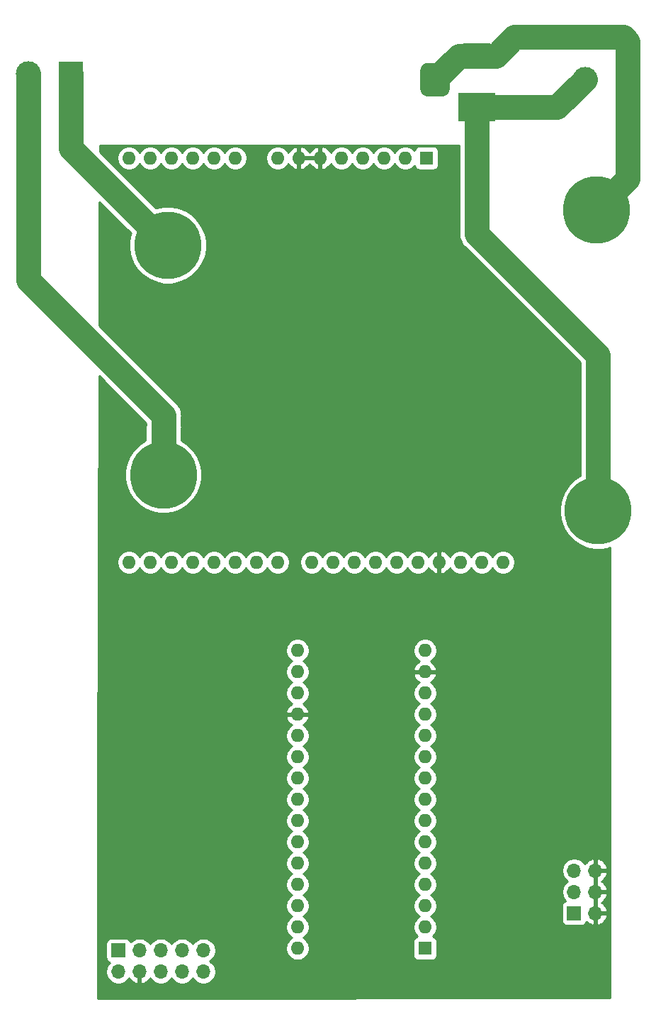
<source format=gbr>
G04 #@! TF.GenerationSoftware,KiCad,Pcbnew,(5.1.12)-1*
G04 #@! TF.CreationDate,2021-12-08T10:01:55+00:00*
G04 #@! TF.ProjectId,PIDController,50494443-6f6e-4747-926f-6c6c65722e6b,rev?*
G04 #@! TF.SameCoordinates,Original*
G04 #@! TF.FileFunction,Copper,L2,Bot*
G04 #@! TF.FilePolarity,Positive*
%FSLAX46Y46*%
G04 Gerber Fmt 4.6, Leading zero omitted, Abs format (unit mm)*
G04 Created by KiCad (PCBNEW (5.1.12)-1) date 2021-12-08 10:01:55*
%MOMM*%
%LPD*%
G01*
G04 APERTURE LIST*
G04 #@! TA.AperFunction,ComponentPad*
%ADD10O,1.600000X1.600000*%
G04 #@! TD*
G04 #@! TA.AperFunction,ComponentPad*
%ADD11R,1.600000X1.600000*%
G04 #@! TD*
G04 #@! TA.AperFunction,ComponentPad*
%ADD12R,3.000000X3.000000*%
G04 #@! TD*
G04 #@! TA.AperFunction,ComponentPad*
%ADD13C,3.000000*%
G04 #@! TD*
G04 #@! TA.AperFunction,ComponentPad*
%ADD14R,1.700000X1.700000*%
G04 #@! TD*
G04 #@! TA.AperFunction,ComponentPad*
%ADD15O,1.700000X1.700000*%
G04 #@! TD*
G04 #@! TA.AperFunction,ComponentPad*
%ADD16C,8.000000*%
G04 #@! TD*
G04 #@! TA.AperFunction,ComponentPad*
%ADD17R,4.500000X3.500000*%
G04 #@! TD*
G04 #@! TA.AperFunction,ViaPad*
%ADD18C,0.800000*%
G04 #@! TD*
G04 #@! TA.AperFunction,Conductor*
%ADD19C,3.000000*%
G04 #@! TD*
G04 #@! TA.AperFunction,Conductor*
%ADD20C,0.254000*%
G04 #@! TD*
G04 #@! TA.AperFunction,Conductor*
%ADD21C,0.100000*%
G04 #@! TD*
G04 APERTURE END LIST*
D10*
X166620000Y-102870000D03*
X164080000Y-102870000D03*
D11*
X157480000Y-54610000D03*
D10*
X127000000Y-102870000D03*
X154940000Y-54610000D03*
X129540000Y-102870000D03*
X152400000Y-54610000D03*
X132080000Y-102870000D03*
X149860000Y-54610000D03*
X134620000Y-102870000D03*
X147320000Y-54610000D03*
X137160000Y-102870000D03*
X144780000Y-54610000D03*
X139700000Y-102870000D03*
X142240000Y-54610000D03*
X143760000Y-102870000D03*
X139700000Y-54610000D03*
X146300000Y-102870000D03*
X134620000Y-54610000D03*
X148840000Y-102870000D03*
X132080000Y-54610000D03*
X151380000Y-102870000D03*
X129540000Y-54610000D03*
X153920000Y-102870000D03*
X127000000Y-54610000D03*
X156460000Y-102870000D03*
X124460000Y-54610000D03*
X159000000Y-102870000D03*
X121920000Y-54610000D03*
X161540000Y-102870000D03*
X121920000Y-102870000D03*
X124460000Y-102870000D03*
D12*
X114960400Y-44551600D03*
D13*
X109880400Y-44551600D03*
X176453800Y-45212000D03*
D12*
X181533800Y-45212000D03*
D14*
X120650000Y-149225000D03*
D15*
X120650000Y-151765000D03*
X123190000Y-149225000D03*
X123190000Y-151765000D03*
X125730000Y-149225000D03*
X125730000Y-151765000D03*
X128270000Y-149225000D03*
X128270000Y-151765000D03*
X130810000Y-149225000D03*
X130810000Y-151765000D03*
D11*
X157302200Y-148971000D03*
D10*
X142062200Y-115951000D03*
X157302200Y-146431000D03*
X142062200Y-118491000D03*
X157302200Y-143891000D03*
X142062200Y-121031000D03*
X157302200Y-141351000D03*
X142062200Y-123571000D03*
X157302200Y-138811000D03*
X142062200Y-126111000D03*
X157302200Y-136271000D03*
X142062200Y-128651000D03*
X157302200Y-133731000D03*
X142062200Y-131191000D03*
X157302200Y-131191000D03*
X142062200Y-133731000D03*
X157302200Y-128651000D03*
X142062200Y-136271000D03*
X157302200Y-126111000D03*
X142062200Y-138811000D03*
X157302200Y-123571000D03*
X142062200Y-141351000D03*
X157302200Y-121031000D03*
X142062200Y-143891000D03*
X157302200Y-118491000D03*
X142062200Y-146431000D03*
X157302200Y-115951000D03*
X142062200Y-148971000D03*
X157302200Y-113411000D03*
X142062200Y-113411000D03*
D16*
X177800000Y-60833000D03*
X178003200Y-96697800D03*
X126568200Y-65024000D03*
X126034800Y-92430600D03*
D14*
X175133000Y-144754600D03*
D15*
X177673000Y-144754600D03*
X175133000Y-142214600D03*
X177673000Y-142214600D03*
X175133000Y-139674600D03*
X177673000Y-139674600D03*
D17*
X163499800Y-48564800D03*
G04 #@! TA.AperFunction,ComponentPad*
G36*
G01*
X161999800Y-40914800D02*
X164999800Y-40914800D01*
G75*
G02*
X165749800Y-41664800I0J-750000D01*
G01*
X165749800Y-43164800D01*
G75*
G02*
X164999800Y-43914800I-750000J0D01*
G01*
X161999800Y-43914800D01*
G75*
G02*
X161249800Y-43164800I0J750000D01*
G01*
X161249800Y-41664800D01*
G75*
G02*
X161999800Y-40914800I750000J0D01*
G01*
G37*
G04 #@! TD.AperFunction*
G04 #@! TA.AperFunction,ComponentPad*
G36*
G01*
X157624800Y-43264800D02*
X159374800Y-43264800D01*
G75*
G02*
X160249800Y-44139800I0J-875000D01*
G01*
X160249800Y-46389800D01*
G75*
G02*
X159374800Y-47264800I-875000J0D01*
G01*
X157624800Y-47264800D01*
G75*
G02*
X156749800Y-46389800I0J875000D01*
G01*
X156749800Y-44139800D01*
G75*
G02*
X157624800Y-43264800I875000J0D01*
G01*
G37*
G04 #@! TD.AperFunction*
D18*
X137160000Y-120650000D03*
X124460000Y-123190000D03*
X137160000Y-130810000D03*
X134620000Y-143510000D03*
X128905000Y-132715000D03*
X121920000Y-113030000D03*
X177800000Y-130810000D03*
D19*
X161349800Y-42414800D02*
X163499800Y-42414800D01*
X158499800Y-45264800D02*
X161349800Y-42414800D01*
X165749800Y-42414800D02*
X168007200Y-40157400D01*
X163499800Y-42414800D02*
X165749800Y-42414800D01*
X181533800Y-40712000D02*
X181533800Y-45212000D01*
X180979200Y-40157400D02*
X181533800Y-40712000D01*
X168007200Y-40157400D02*
X180979200Y-40157400D01*
X181533800Y-57099200D02*
X177800000Y-60833000D01*
X181533800Y-45212000D02*
X181533800Y-57099200D01*
X173101000Y-48564800D02*
X163499800Y-48564800D01*
X176453800Y-45212000D02*
X173101000Y-48564800D01*
X163499800Y-48564800D02*
X163499800Y-63652400D01*
X178003200Y-78155800D02*
X178003200Y-96697800D01*
X163499800Y-63652400D02*
X178003200Y-78155800D01*
X114960400Y-53416200D02*
X114960400Y-44551600D01*
X126568200Y-65024000D02*
X114960400Y-53416200D01*
X126034800Y-86773746D02*
X126085600Y-86722946D01*
X126034800Y-92430600D02*
X126034800Y-86773746D01*
X126085600Y-86722946D02*
X126085600Y-85369400D01*
X109880400Y-69164200D02*
X109880400Y-44551600D01*
X126085600Y-85369400D02*
X109880400Y-69164200D01*
D20*
X161364801Y-63547518D02*
X161354471Y-63652400D01*
X161395693Y-64070933D01*
X161517775Y-64473382D01*
X161716024Y-64844281D01*
X161915965Y-65087910D01*
X161915968Y-65087913D01*
X161982824Y-65169377D01*
X162064288Y-65236233D01*
X175868200Y-79040146D01*
X175868201Y-92565257D01*
X175807704Y-92590316D01*
X175048560Y-93097560D01*
X174402960Y-93743160D01*
X173895716Y-94502304D01*
X173546320Y-95345820D01*
X173368200Y-96241292D01*
X173368200Y-97154308D01*
X173546320Y-98049780D01*
X173895716Y-98893296D01*
X174402960Y-99652440D01*
X175048560Y-100298040D01*
X175807704Y-100805284D01*
X176651220Y-101154680D01*
X177546692Y-101332800D01*
X178459708Y-101332800D01*
X179355180Y-101154680D01*
X179398780Y-101136620D01*
X179425537Y-154864010D01*
X118161117Y-154965189D01*
X118177514Y-148375000D01*
X119161928Y-148375000D01*
X119161928Y-150075000D01*
X119174188Y-150199482D01*
X119210498Y-150319180D01*
X119269463Y-150429494D01*
X119348815Y-150526185D01*
X119445506Y-150605537D01*
X119555820Y-150664502D01*
X119628380Y-150686513D01*
X119496525Y-150818368D01*
X119334010Y-151061589D01*
X119222068Y-151331842D01*
X119165000Y-151618740D01*
X119165000Y-151911260D01*
X119222068Y-152198158D01*
X119334010Y-152468411D01*
X119496525Y-152711632D01*
X119703368Y-152918475D01*
X119946589Y-153080990D01*
X120216842Y-153192932D01*
X120503740Y-153250000D01*
X120796260Y-153250000D01*
X121083158Y-153192932D01*
X121353411Y-153080990D01*
X121596632Y-152918475D01*
X121803475Y-152711632D01*
X121925195Y-152529466D01*
X121994822Y-152646355D01*
X122189731Y-152862588D01*
X122423080Y-153036641D01*
X122685901Y-153161825D01*
X122833110Y-153206476D01*
X123063000Y-153085155D01*
X123063000Y-151892000D01*
X123043000Y-151892000D01*
X123043000Y-151638000D01*
X123063000Y-151638000D01*
X123063000Y-151618000D01*
X123317000Y-151618000D01*
X123317000Y-151638000D01*
X123337000Y-151638000D01*
X123337000Y-151892000D01*
X123317000Y-151892000D01*
X123317000Y-153085155D01*
X123546890Y-153206476D01*
X123694099Y-153161825D01*
X123956920Y-153036641D01*
X124190269Y-152862588D01*
X124385178Y-152646355D01*
X124454805Y-152529466D01*
X124576525Y-152711632D01*
X124783368Y-152918475D01*
X125026589Y-153080990D01*
X125296842Y-153192932D01*
X125583740Y-153250000D01*
X125876260Y-153250000D01*
X126163158Y-153192932D01*
X126433411Y-153080990D01*
X126676632Y-152918475D01*
X126883475Y-152711632D01*
X127000000Y-152537240D01*
X127116525Y-152711632D01*
X127323368Y-152918475D01*
X127566589Y-153080990D01*
X127836842Y-153192932D01*
X128123740Y-153250000D01*
X128416260Y-153250000D01*
X128703158Y-153192932D01*
X128973411Y-153080990D01*
X129216632Y-152918475D01*
X129423475Y-152711632D01*
X129540000Y-152537240D01*
X129656525Y-152711632D01*
X129863368Y-152918475D01*
X130106589Y-153080990D01*
X130376842Y-153192932D01*
X130663740Y-153250000D01*
X130956260Y-153250000D01*
X131243158Y-153192932D01*
X131513411Y-153080990D01*
X131756632Y-152918475D01*
X131963475Y-152711632D01*
X132125990Y-152468411D01*
X132237932Y-152198158D01*
X132295000Y-151911260D01*
X132295000Y-151618740D01*
X132237932Y-151331842D01*
X132125990Y-151061589D01*
X131963475Y-150818368D01*
X131756632Y-150611525D01*
X131582240Y-150495000D01*
X131756632Y-150378475D01*
X131963475Y-150171632D01*
X132125990Y-149928411D01*
X132237932Y-149658158D01*
X132295000Y-149371260D01*
X132295000Y-149078740D01*
X132237932Y-148791842D01*
X132125990Y-148521589D01*
X131963475Y-148278368D01*
X131756632Y-148071525D01*
X131513411Y-147909010D01*
X131243158Y-147797068D01*
X130956260Y-147740000D01*
X130663740Y-147740000D01*
X130376842Y-147797068D01*
X130106589Y-147909010D01*
X129863368Y-148071525D01*
X129656525Y-148278368D01*
X129540000Y-148452760D01*
X129423475Y-148278368D01*
X129216632Y-148071525D01*
X128973411Y-147909010D01*
X128703158Y-147797068D01*
X128416260Y-147740000D01*
X128123740Y-147740000D01*
X127836842Y-147797068D01*
X127566589Y-147909010D01*
X127323368Y-148071525D01*
X127116525Y-148278368D01*
X127000000Y-148452760D01*
X126883475Y-148278368D01*
X126676632Y-148071525D01*
X126433411Y-147909010D01*
X126163158Y-147797068D01*
X125876260Y-147740000D01*
X125583740Y-147740000D01*
X125296842Y-147797068D01*
X125026589Y-147909010D01*
X124783368Y-148071525D01*
X124576525Y-148278368D01*
X124460000Y-148452760D01*
X124343475Y-148278368D01*
X124136632Y-148071525D01*
X123893411Y-147909010D01*
X123623158Y-147797068D01*
X123336260Y-147740000D01*
X123043740Y-147740000D01*
X122756842Y-147797068D01*
X122486589Y-147909010D01*
X122243368Y-148071525D01*
X122111513Y-148203380D01*
X122089502Y-148130820D01*
X122030537Y-148020506D01*
X121951185Y-147923815D01*
X121854494Y-147844463D01*
X121744180Y-147785498D01*
X121624482Y-147749188D01*
X121500000Y-147736928D01*
X119800000Y-147736928D01*
X119675518Y-147749188D01*
X119555820Y-147785498D01*
X119445506Y-147844463D01*
X119348815Y-147923815D01*
X119269463Y-148020506D01*
X119210498Y-148130820D01*
X119174188Y-148250518D01*
X119161928Y-148375000D01*
X118177514Y-148375000D01*
X118239582Y-123429665D01*
X140627200Y-123429665D01*
X140627200Y-123712335D01*
X140682347Y-123989574D01*
X140790520Y-124250727D01*
X140947563Y-124485759D01*
X141147441Y-124685637D01*
X141379959Y-124841000D01*
X141147441Y-124996363D01*
X140947563Y-125196241D01*
X140790520Y-125431273D01*
X140682347Y-125692426D01*
X140627200Y-125969665D01*
X140627200Y-126252335D01*
X140682347Y-126529574D01*
X140790520Y-126790727D01*
X140947563Y-127025759D01*
X141147441Y-127225637D01*
X141379959Y-127381000D01*
X141147441Y-127536363D01*
X140947563Y-127736241D01*
X140790520Y-127971273D01*
X140682347Y-128232426D01*
X140627200Y-128509665D01*
X140627200Y-128792335D01*
X140682347Y-129069574D01*
X140790520Y-129330727D01*
X140947563Y-129565759D01*
X141147441Y-129765637D01*
X141379959Y-129921000D01*
X141147441Y-130076363D01*
X140947563Y-130276241D01*
X140790520Y-130511273D01*
X140682347Y-130772426D01*
X140627200Y-131049665D01*
X140627200Y-131332335D01*
X140682347Y-131609574D01*
X140790520Y-131870727D01*
X140947563Y-132105759D01*
X141147441Y-132305637D01*
X141379959Y-132461000D01*
X141147441Y-132616363D01*
X140947563Y-132816241D01*
X140790520Y-133051273D01*
X140682347Y-133312426D01*
X140627200Y-133589665D01*
X140627200Y-133872335D01*
X140682347Y-134149574D01*
X140790520Y-134410727D01*
X140947563Y-134645759D01*
X141147441Y-134845637D01*
X141379959Y-135001000D01*
X141147441Y-135156363D01*
X140947563Y-135356241D01*
X140790520Y-135591273D01*
X140682347Y-135852426D01*
X140627200Y-136129665D01*
X140627200Y-136412335D01*
X140682347Y-136689574D01*
X140790520Y-136950727D01*
X140947563Y-137185759D01*
X141147441Y-137385637D01*
X141379959Y-137541000D01*
X141147441Y-137696363D01*
X140947563Y-137896241D01*
X140790520Y-138131273D01*
X140682347Y-138392426D01*
X140627200Y-138669665D01*
X140627200Y-138952335D01*
X140682347Y-139229574D01*
X140790520Y-139490727D01*
X140947563Y-139725759D01*
X141147441Y-139925637D01*
X141379959Y-140081000D01*
X141147441Y-140236363D01*
X140947563Y-140436241D01*
X140790520Y-140671273D01*
X140682347Y-140932426D01*
X140627200Y-141209665D01*
X140627200Y-141492335D01*
X140682347Y-141769574D01*
X140790520Y-142030727D01*
X140947563Y-142265759D01*
X141147441Y-142465637D01*
X141379959Y-142621000D01*
X141147441Y-142776363D01*
X140947563Y-142976241D01*
X140790520Y-143211273D01*
X140682347Y-143472426D01*
X140627200Y-143749665D01*
X140627200Y-144032335D01*
X140682347Y-144309574D01*
X140790520Y-144570727D01*
X140947563Y-144805759D01*
X141147441Y-145005637D01*
X141379959Y-145161000D01*
X141147441Y-145316363D01*
X140947563Y-145516241D01*
X140790520Y-145751273D01*
X140682347Y-146012426D01*
X140627200Y-146289665D01*
X140627200Y-146572335D01*
X140682347Y-146849574D01*
X140790520Y-147110727D01*
X140947563Y-147345759D01*
X141147441Y-147545637D01*
X141379959Y-147701000D01*
X141147441Y-147856363D01*
X140947563Y-148056241D01*
X140790520Y-148291273D01*
X140682347Y-148552426D01*
X140627200Y-148829665D01*
X140627200Y-149112335D01*
X140682347Y-149389574D01*
X140790520Y-149650727D01*
X140947563Y-149885759D01*
X141147441Y-150085637D01*
X141382473Y-150242680D01*
X141643626Y-150350853D01*
X141920865Y-150406000D01*
X142203535Y-150406000D01*
X142480774Y-150350853D01*
X142741927Y-150242680D01*
X142976959Y-150085637D01*
X143176837Y-149885759D01*
X143333880Y-149650727D01*
X143442053Y-149389574D01*
X143497200Y-149112335D01*
X143497200Y-148829665D01*
X143442053Y-148552426D01*
X143333880Y-148291273D01*
X143253517Y-148171000D01*
X155864128Y-148171000D01*
X155864128Y-149771000D01*
X155876388Y-149895482D01*
X155912698Y-150015180D01*
X155971663Y-150125494D01*
X156051015Y-150222185D01*
X156147706Y-150301537D01*
X156258020Y-150360502D01*
X156377718Y-150396812D01*
X156502200Y-150409072D01*
X158102200Y-150409072D01*
X158226682Y-150396812D01*
X158346380Y-150360502D01*
X158456694Y-150301537D01*
X158553385Y-150222185D01*
X158632737Y-150125494D01*
X158691702Y-150015180D01*
X158728012Y-149895482D01*
X158740272Y-149771000D01*
X158740272Y-148171000D01*
X158728012Y-148046518D01*
X158691702Y-147926820D01*
X158632737Y-147816506D01*
X158553385Y-147719815D01*
X158456694Y-147640463D01*
X158346380Y-147581498D01*
X158226682Y-147545188D01*
X158218239Y-147544357D01*
X158416837Y-147345759D01*
X158573880Y-147110727D01*
X158682053Y-146849574D01*
X158737200Y-146572335D01*
X158737200Y-146289665D01*
X158682053Y-146012426D01*
X158573880Y-145751273D01*
X158416837Y-145516241D01*
X158216959Y-145316363D01*
X157984441Y-145161000D01*
X158216959Y-145005637D01*
X158416837Y-144805759D01*
X158573880Y-144570727D01*
X158682053Y-144309574D01*
X158737200Y-144032335D01*
X158737200Y-143904600D01*
X173644928Y-143904600D01*
X173644928Y-145604600D01*
X173657188Y-145729082D01*
X173693498Y-145848780D01*
X173752463Y-145959094D01*
X173831815Y-146055785D01*
X173928506Y-146135137D01*
X174038820Y-146194102D01*
X174158518Y-146230412D01*
X174283000Y-146242672D01*
X175983000Y-146242672D01*
X176107482Y-146230412D01*
X176227180Y-146194102D01*
X176337494Y-146135137D01*
X176434185Y-146055785D01*
X176513537Y-145959094D01*
X176572502Y-145848780D01*
X176595498Y-145772974D01*
X176791645Y-145949778D01*
X177041748Y-146098757D01*
X177316109Y-146196081D01*
X177546000Y-146075414D01*
X177546000Y-144881600D01*
X177800000Y-144881600D01*
X177800000Y-146075414D01*
X178029891Y-146196081D01*
X178304252Y-146098757D01*
X178554355Y-145949778D01*
X178770588Y-145754869D01*
X178944641Y-145521520D01*
X179069825Y-145258699D01*
X179114476Y-145111490D01*
X178993155Y-144881600D01*
X177800000Y-144881600D01*
X177546000Y-144881600D01*
X177526000Y-144881600D01*
X177526000Y-144627600D01*
X177546000Y-144627600D01*
X177546000Y-142341600D01*
X177800000Y-142341600D01*
X177800000Y-144627600D01*
X178993155Y-144627600D01*
X179114476Y-144397710D01*
X179069825Y-144250501D01*
X178944641Y-143987680D01*
X178770588Y-143754331D01*
X178554355Y-143559422D01*
X178428745Y-143484600D01*
X178554355Y-143409778D01*
X178770588Y-143214869D01*
X178944641Y-142981520D01*
X179069825Y-142718699D01*
X179114476Y-142571490D01*
X178993155Y-142341600D01*
X177800000Y-142341600D01*
X177546000Y-142341600D01*
X177526000Y-142341600D01*
X177526000Y-142087600D01*
X177546000Y-142087600D01*
X177546000Y-139801600D01*
X177800000Y-139801600D01*
X177800000Y-142087600D01*
X178993155Y-142087600D01*
X179114476Y-141857710D01*
X179069825Y-141710501D01*
X178944641Y-141447680D01*
X178770588Y-141214331D01*
X178554355Y-141019422D01*
X178428745Y-140944600D01*
X178554355Y-140869778D01*
X178770588Y-140674869D01*
X178944641Y-140441520D01*
X179069825Y-140178699D01*
X179114476Y-140031490D01*
X178993155Y-139801600D01*
X177800000Y-139801600D01*
X177546000Y-139801600D01*
X177526000Y-139801600D01*
X177526000Y-139547600D01*
X177546000Y-139547600D01*
X177546000Y-138353786D01*
X177800000Y-138353786D01*
X177800000Y-139547600D01*
X178993155Y-139547600D01*
X179114476Y-139317710D01*
X179069825Y-139170501D01*
X178944641Y-138907680D01*
X178770588Y-138674331D01*
X178554355Y-138479422D01*
X178304252Y-138330443D01*
X178029891Y-138233119D01*
X177800000Y-138353786D01*
X177546000Y-138353786D01*
X177316109Y-138233119D01*
X177041748Y-138330443D01*
X176791645Y-138479422D01*
X176575412Y-138674331D01*
X176404100Y-138904006D01*
X176286475Y-138727968D01*
X176079632Y-138521125D01*
X175836411Y-138358610D01*
X175566158Y-138246668D01*
X175279260Y-138189600D01*
X174986740Y-138189600D01*
X174699842Y-138246668D01*
X174429589Y-138358610D01*
X174186368Y-138521125D01*
X173979525Y-138727968D01*
X173817010Y-138971189D01*
X173705068Y-139241442D01*
X173648000Y-139528340D01*
X173648000Y-139820860D01*
X173705068Y-140107758D01*
X173817010Y-140378011D01*
X173979525Y-140621232D01*
X174186368Y-140828075D01*
X174360760Y-140944600D01*
X174186368Y-141061125D01*
X173979525Y-141267968D01*
X173817010Y-141511189D01*
X173705068Y-141781442D01*
X173648000Y-142068340D01*
X173648000Y-142360860D01*
X173705068Y-142647758D01*
X173817010Y-142918011D01*
X173979525Y-143161232D01*
X174111380Y-143293087D01*
X174038820Y-143315098D01*
X173928506Y-143374063D01*
X173831815Y-143453415D01*
X173752463Y-143550106D01*
X173693498Y-143660420D01*
X173657188Y-143780118D01*
X173644928Y-143904600D01*
X158737200Y-143904600D01*
X158737200Y-143749665D01*
X158682053Y-143472426D01*
X158573880Y-143211273D01*
X158416837Y-142976241D01*
X158216959Y-142776363D01*
X157984441Y-142621000D01*
X158216959Y-142465637D01*
X158416837Y-142265759D01*
X158573880Y-142030727D01*
X158682053Y-141769574D01*
X158737200Y-141492335D01*
X158737200Y-141209665D01*
X158682053Y-140932426D01*
X158573880Y-140671273D01*
X158416837Y-140436241D01*
X158216959Y-140236363D01*
X157984441Y-140081000D01*
X158216959Y-139925637D01*
X158416837Y-139725759D01*
X158573880Y-139490727D01*
X158682053Y-139229574D01*
X158737200Y-138952335D01*
X158737200Y-138669665D01*
X158682053Y-138392426D01*
X158573880Y-138131273D01*
X158416837Y-137896241D01*
X158216959Y-137696363D01*
X157984441Y-137541000D01*
X158216959Y-137385637D01*
X158416837Y-137185759D01*
X158573880Y-136950727D01*
X158682053Y-136689574D01*
X158737200Y-136412335D01*
X158737200Y-136129665D01*
X158682053Y-135852426D01*
X158573880Y-135591273D01*
X158416837Y-135356241D01*
X158216959Y-135156363D01*
X157984441Y-135001000D01*
X158216959Y-134845637D01*
X158416837Y-134645759D01*
X158573880Y-134410727D01*
X158682053Y-134149574D01*
X158737200Y-133872335D01*
X158737200Y-133589665D01*
X158682053Y-133312426D01*
X158573880Y-133051273D01*
X158416837Y-132816241D01*
X158216959Y-132616363D01*
X157984441Y-132461000D01*
X158216959Y-132305637D01*
X158416837Y-132105759D01*
X158573880Y-131870727D01*
X158682053Y-131609574D01*
X158737200Y-131332335D01*
X158737200Y-131049665D01*
X158682053Y-130772426D01*
X158573880Y-130511273D01*
X158416837Y-130276241D01*
X158216959Y-130076363D01*
X157984441Y-129921000D01*
X158216959Y-129765637D01*
X158416837Y-129565759D01*
X158573880Y-129330727D01*
X158682053Y-129069574D01*
X158737200Y-128792335D01*
X158737200Y-128509665D01*
X158682053Y-128232426D01*
X158573880Y-127971273D01*
X158416837Y-127736241D01*
X158216959Y-127536363D01*
X157984441Y-127381000D01*
X158216959Y-127225637D01*
X158416837Y-127025759D01*
X158573880Y-126790727D01*
X158682053Y-126529574D01*
X158737200Y-126252335D01*
X158737200Y-125969665D01*
X158682053Y-125692426D01*
X158573880Y-125431273D01*
X158416837Y-125196241D01*
X158216959Y-124996363D01*
X157984441Y-124841000D01*
X158216959Y-124685637D01*
X158416837Y-124485759D01*
X158573880Y-124250727D01*
X158682053Y-123989574D01*
X158737200Y-123712335D01*
X158737200Y-123429665D01*
X158682053Y-123152426D01*
X158573880Y-122891273D01*
X158416837Y-122656241D01*
X158216959Y-122456363D01*
X157984441Y-122301000D01*
X158216959Y-122145637D01*
X158416837Y-121945759D01*
X158573880Y-121710727D01*
X158682053Y-121449574D01*
X158737200Y-121172335D01*
X158737200Y-120889665D01*
X158682053Y-120612426D01*
X158573880Y-120351273D01*
X158416837Y-120116241D01*
X158216959Y-119916363D01*
X157984441Y-119761000D01*
X158216959Y-119605637D01*
X158416837Y-119405759D01*
X158573880Y-119170727D01*
X158682053Y-118909574D01*
X158737200Y-118632335D01*
X158737200Y-118349665D01*
X158682053Y-118072426D01*
X158573880Y-117811273D01*
X158416837Y-117576241D01*
X158216959Y-117376363D01*
X157981927Y-117219320D01*
X157971335Y-117214933D01*
X158157331Y-117103385D01*
X158365719Y-116914414D01*
X158533237Y-116688420D01*
X158653446Y-116434087D01*
X158694104Y-116300039D01*
X158572115Y-116078000D01*
X157429200Y-116078000D01*
X157429200Y-116098000D01*
X157175200Y-116098000D01*
X157175200Y-116078000D01*
X156032285Y-116078000D01*
X155910296Y-116300039D01*
X155950954Y-116434087D01*
X156071163Y-116688420D01*
X156238681Y-116914414D01*
X156447069Y-117103385D01*
X156633065Y-117214933D01*
X156622473Y-117219320D01*
X156387441Y-117376363D01*
X156187563Y-117576241D01*
X156030520Y-117811273D01*
X155922347Y-118072426D01*
X155867200Y-118349665D01*
X155867200Y-118632335D01*
X155922347Y-118909574D01*
X156030520Y-119170727D01*
X156187563Y-119405759D01*
X156387441Y-119605637D01*
X156619959Y-119761000D01*
X156387441Y-119916363D01*
X156187563Y-120116241D01*
X156030520Y-120351273D01*
X155922347Y-120612426D01*
X155867200Y-120889665D01*
X155867200Y-121172335D01*
X155922347Y-121449574D01*
X156030520Y-121710727D01*
X156187563Y-121945759D01*
X156387441Y-122145637D01*
X156619959Y-122301000D01*
X156387441Y-122456363D01*
X156187563Y-122656241D01*
X156030520Y-122891273D01*
X155922347Y-123152426D01*
X155867200Y-123429665D01*
X155867200Y-123712335D01*
X155922347Y-123989574D01*
X156030520Y-124250727D01*
X156187563Y-124485759D01*
X156387441Y-124685637D01*
X156619959Y-124841000D01*
X156387441Y-124996363D01*
X156187563Y-125196241D01*
X156030520Y-125431273D01*
X155922347Y-125692426D01*
X155867200Y-125969665D01*
X155867200Y-126252335D01*
X155922347Y-126529574D01*
X156030520Y-126790727D01*
X156187563Y-127025759D01*
X156387441Y-127225637D01*
X156619959Y-127381000D01*
X156387441Y-127536363D01*
X156187563Y-127736241D01*
X156030520Y-127971273D01*
X155922347Y-128232426D01*
X155867200Y-128509665D01*
X155867200Y-128792335D01*
X155922347Y-129069574D01*
X156030520Y-129330727D01*
X156187563Y-129565759D01*
X156387441Y-129765637D01*
X156619959Y-129921000D01*
X156387441Y-130076363D01*
X156187563Y-130276241D01*
X156030520Y-130511273D01*
X155922347Y-130772426D01*
X155867200Y-131049665D01*
X155867200Y-131332335D01*
X155922347Y-131609574D01*
X156030520Y-131870727D01*
X156187563Y-132105759D01*
X156387441Y-132305637D01*
X156619959Y-132461000D01*
X156387441Y-132616363D01*
X156187563Y-132816241D01*
X156030520Y-133051273D01*
X155922347Y-133312426D01*
X155867200Y-133589665D01*
X155867200Y-133872335D01*
X155922347Y-134149574D01*
X156030520Y-134410727D01*
X156187563Y-134645759D01*
X156387441Y-134845637D01*
X156619959Y-135001000D01*
X156387441Y-135156363D01*
X156187563Y-135356241D01*
X156030520Y-135591273D01*
X155922347Y-135852426D01*
X155867200Y-136129665D01*
X155867200Y-136412335D01*
X155922347Y-136689574D01*
X156030520Y-136950727D01*
X156187563Y-137185759D01*
X156387441Y-137385637D01*
X156619959Y-137541000D01*
X156387441Y-137696363D01*
X156187563Y-137896241D01*
X156030520Y-138131273D01*
X155922347Y-138392426D01*
X155867200Y-138669665D01*
X155867200Y-138952335D01*
X155922347Y-139229574D01*
X156030520Y-139490727D01*
X156187563Y-139725759D01*
X156387441Y-139925637D01*
X156619959Y-140081000D01*
X156387441Y-140236363D01*
X156187563Y-140436241D01*
X156030520Y-140671273D01*
X155922347Y-140932426D01*
X155867200Y-141209665D01*
X155867200Y-141492335D01*
X155922347Y-141769574D01*
X156030520Y-142030727D01*
X156187563Y-142265759D01*
X156387441Y-142465637D01*
X156619959Y-142621000D01*
X156387441Y-142776363D01*
X156187563Y-142976241D01*
X156030520Y-143211273D01*
X155922347Y-143472426D01*
X155867200Y-143749665D01*
X155867200Y-144032335D01*
X155922347Y-144309574D01*
X156030520Y-144570727D01*
X156187563Y-144805759D01*
X156387441Y-145005637D01*
X156619959Y-145161000D01*
X156387441Y-145316363D01*
X156187563Y-145516241D01*
X156030520Y-145751273D01*
X155922347Y-146012426D01*
X155867200Y-146289665D01*
X155867200Y-146572335D01*
X155922347Y-146849574D01*
X156030520Y-147110727D01*
X156187563Y-147345759D01*
X156386161Y-147544357D01*
X156377718Y-147545188D01*
X156258020Y-147581498D01*
X156147706Y-147640463D01*
X156051015Y-147719815D01*
X155971663Y-147816506D01*
X155912698Y-147926820D01*
X155876388Y-148046518D01*
X155864128Y-148171000D01*
X143253517Y-148171000D01*
X143176837Y-148056241D01*
X142976959Y-147856363D01*
X142744441Y-147701000D01*
X142976959Y-147545637D01*
X143176837Y-147345759D01*
X143333880Y-147110727D01*
X143442053Y-146849574D01*
X143497200Y-146572335D01*
X143497200Y-146289665D01*
X143442053Y-146012426D01*
X143333880Y-145751273D01*
X143176837Y-145516241D01*
X142976959Y-145316363D01*
X142744441Y-145161000D01*
X142976959Y-145005637D01*
X143176837Y-144805759D01*
X143333880Y-144570727D01*
X143442053Y-144309574D01*
X143497200Y-144032335D01*
X143497200Y-143749665D01*
X143442053Y-143472426D01*
X143333880Y-143211273D01*
X143176837Y-142976241D01*
X142976959Y-142776363D01*
X142744441Y-142621000D01*
X142976959Y-142465637D01*
X143176837Y-142265759D01*
X143333880Y-142030727D01*
X143442053Y-141769574D01*
X143497200Y-141492335D01*
X143497200Y-141209665D01*
X143442053Y-140932426D01*
X143333880Y-140671273D01*
X143176837Y-140436241D01*
X142976959Y-140236363D01*
X142744441Y-140081000D01*
X142976959Y-139925637D01*
X143176837Y-139725759D01*
X143333880Y-139490727D01*
X143442053Y-139229574D01*
X143497200Y-138952335D01*
X143497200Y-138669665D01*
X143442053Y-138392426D01*
X143333880Y-138131273D01*
X143176837Y-137896241D01*
X142976959Y-137696363D01*
X142744441Y-137541000D01*
X142976959Y-137385637D01*
X143176837Y-137185759D01*
X143333880Y-136950727D01*
X143442053Y-136689574D01*
X143497200Y-136412335D01*
X143497200Y-136129665D01*
X143442053Y-135852426D01*
X143333880Y-135591273D01*
X143176837Y-135356241D01*
X142976959Y-135156363D01*
X142744441Y-135001000D01*
X142976959Y-134845637D01*
X143176837Y-134645759D01*
X143333880Y-134410727D01*
X143442053Y-134149574D01*
X143497200Y-133872335D01*
X143497200Y-133589665D01*
X143442053Y-133312426D01*
X143333880Y-133051273D01*
X143176837Y-132816241D01*
X142976959Y-132616363D01*
X142744441Y-132461000D01*
X142976959Y-132305637D01*
X143176837Y-132105759D01*
X143333880Y-131870727D01*
X143442053Y-131609574D01*
X143497200Y-131332335D01*
X143497200Y-131049665D01*
X143442053Y-130772426D01*
X143333880Y-130511273D01*
X143176837Y-130276241D01*
X142976959Y-130076363D01*
X142744441Y-129921000D01*
X142976959Y-129765637D01*
X143176837Y-129565759D01*
X143333880Y-129330727D01*
X143442053Y-129069574D01*
X143497200Y-128792335D01*
X143497200Y-128509665D01*
X143442053Y-128232426D01*
X143333880Y-127971273D01*
X143176837Y-127736241D01*
X142976959Y-127536363D01*
X142744441Y-127381000D01*
X142976959Y-127225637D01*
X143176837Y-127025759D01*
X143333880Y-126790727D01*
X143442053Y-126529574D01*
X143497200Y-126252335D01*
X143497200Y-125969665D01*
X143442053Y-125692426D01*
X143333880Y-125431273D01*
X143176837Y-125196241D01*
X142976959Y-124996363D01*
X142744441Y-124841000D01*
X142976959Y-124685637D01*
X143176837Y-124485759D01*
X143333880Y-124250727D01*
X143442053Y-123989574D01*
X143497200Y-123712335D01*
X143497200Y-123429665D01*
X143442053Y-123152426D01*
X143333880Y-122891273D01*
X143176837Y-122656241D01*
X142976959Y-122456363D01*
X142741927Y-122299320D01*
X142731335Y-122294933D01*
X142917331Y-122183385D01*
X143125719Y-121994414D01*
X143293237Y-121768420D01*
X143413446Y-121514087D01*
X143454104Y-121380039D01*
X143332115Y-121158000D01*
X142189200Y-121158000D01*
X142189200Y-121178000D01*
X141935200Y-121178000D01*
X141935200Y-121158000D01*
X140792285Y-121158000D01*
X140670296Y-121380039D01*
X140710954Y-121514087D01*
X140831163Y-121768420D01*
X140998681Y-121994414D01*
X141207069Y-122183385D01*
X141393065Y-122294933D01*
X141382473Y-122299320D01*
X141147441Y-122456363D01*
X140947563Y-122656241D01*
X140790520Y-122891273D01*
X140682347Y-123152426D01*
X140627200Y-123429665D01*
X118239582Y-123429665D01*
X118264862Y-113269665D01*
X140627200Y-113269665D01*
X140627200Y-113552335D01*
X140682347Y-113829574D01*
X140790520Y-114090727D01*
X140947563Y-114325759D01*
X141147441Y-114525637D01*
X141379959Y-114681000D01*
X141147441Y-114836363D01*
X140947563Y-115036241D01*
X140790520Y-115271273D01*
X140682347Y-115532426D01*
X140627200Y-115809665D01*
X140627200Y-116092335D01*
X140682347Y-116369574D01*
X140790520Y-116630727D01*
X140947563Y-116865759D01*
X141147441Y-117065637D01*
X141379959Y-117221000D01*
X141147441Y-117376363D01*
X140947563Y-117576241D01*
X140790520Y-117811273D01*
X140682347Y-118072426D01*
X140627200Y-118349665D01*
X140627200Y-118632335D01*
X140682347Y-118909574D01*
X140790520Y-119170727D01*
X140947563Y-119405759D01*
X141147441Y-119605637D01*
X141382473Y-119762680D01*
X141393065Y-119767067D01*
X141207069Y-119878615D01*
X140998681Y-120067586D01*
X140831163Y-120293580D01*
X140710954Y-120547913D01*
X140670296Y-120681961D01*
X140792285Y-120904000D01*
X141935200Y-120904000D01*
X141935200Y-120884000D01*
X142189200Y-120884000D01*
X142189200Y-120904000D01*
X143332115Y-120904000D01*
X143454104Y-120681961D01*
X143413446Y-120547913D01*
X143293237Y-120293580D01*
X143125719Y-120067586D01*
X142917331Y-119878615D01*
X142731335Y-119767067D01*
X142741927Y-119762680D01*
X142976959Y-119605637D01*
X143176837Y-119405759D01*
X143333880Y-119170727D01*
X143442053Y-118909574D01*
X143497200Y-118632335D01*
X143497200Y-118349665D01*
X143442053Y-118072426D01*
X143333880Y-117811273D01*
X143176837Y-117576241D01*
X142976959Y-117376363D01*
X142744441Y-117221000D01*
X142976959Y-117065637D01*
X143176837Y-116865759D01*
X143333880Y-116630727D01*
X143442053Y-116369574D01*
X143497200Y-116092335D01*
X143497200Y-115809665D01*
X143442053Y-115532426D01*
X143333880Y-115271273D01*
X143176837Y-115036241D01*
X142976959Y-114836363D01*
X142744441Y-114681000D01*
X142976959Y-114525637D01*
X143176837Y-114325759D01*
X143333880Y-114090727D01*
X143442053Y-113829574D01*
X143497200Y-113552335D01*
X143497200Y-113269665D01*
X155867200Y-113269665D01*
X155867200Y-113552335D01*
X155922347Y-113829574D01*
X156030520Y-114090727D01*
X156187563Y-114325759D01*
X156387441Y-114525637D01*
X156622473Y-114682680D01*
X156633065Y-114687067D01*
X156447069Y-114798615D01*
X156238681Y-114987586D01*
X156071163Y-115213580D01*
X155950954Y-115467913D01*
X155910296Y-115601961D01*
X156032285Y-115824000D01*
X157175200Y-115824000D01*
X157175200Y-115804000D01*
X157429200Y-115804000D01*
X157429200Y-115824000D01*
X158572115Y-115824000D01*
X158694104Y-115601961D01*
X158653446Y-115467913D01*
X158533237Y-115213580D01*
X158365719Y-114987586D01*
X158157331Y-114798615D01*
X157971335Y-114687067D01*
X157981927Y-114682680D01*
X158216959Y-114525637D01*
X158416837Y-114325759D01*
X158573880Y-114090727D01*
X158682053Y-113829574D01*
X158737200Y-113552335D01*
X158737200Y-113269665D01*
X158682053Y-112992426D01*
X158573880Y-112731273D01*
X158416837Y-112496241D01*
X158216959Y-112296363D01*
X157981927Y-112139320D01*
X157720774Y-112031147D01*
X157443535Y-111976000D01*
X157160865Y-111976000D01*
X156883626Y-112031147D01*
X156622473Y-112139320D01*
X156387441Y-112296363D01*
X156187563Y-112496241D01*
X156030520Y-112731273D01*
X155922347Y-112992426D01*
X155867200Y-113269665D01*
X143497200Y-113269665D01*
X143442053Y-112992426D01*
X143333880Y-112731273D01*
X143176837Y-112496241D01*
X142976959Y-112296363D01*
X142741927Y-112139320D01*
X142480774Y-112031147D01*
X142203535Y-111976000D01*
X141920865Y-111976000D01*
X141643626Y-112031147D01*
X141382473Y-112139320D01*
X141147441Y-112296363D01*
X140947563Y-112496241D01*
X140790520Y-112731273D01*
X140682347Y-112992426D01*
X140627200Y-113269665D01*
X118264862Y-113269665D01*
X118291090Y-102728665D01*
X120485000Y-102728665D01*
X120485000Y-103011335D01*
X120540147Y-103288574D01*
X120648320Y-103549727D01*
X120805363Y-103784759D01*
X121005241Y-103984637D01*
X121240273Y-104141680D01*
X121501426Y-104249853D01*
X121778665Y-104305000D01*
X122061335Y-104305000D01*
X122338574Y-104249853D01*
X122599727Y-104141680D01*
X122834759Y-103984637D01*
X123034637Y-103784759D01*
X123190000Y-103552241D01*
X123345363Y-103784759D01*
X123545241Y-103984637D01*
X123780273Y-104141680D01*
X124041426Y-104249853D01*
X124318665Y-104305000D01*
X124601335Y-104305000D01*
X124878574Y-104249853D01*
X125139727Y-104141680D01*
X125374759Y-103984637D01*
X125574637Y-103784759D01*
X125730000Y-103552241D01*
X125885363Y-103784759D01*
X126085241Y-103984637D01*
X126320273Y-104141680D01*
X126581426Y-104249853D01*
X126858665Y-104305000D01*
X127141335Y-104305000D01*
X127418574Y-104249853D01*
X127679727Y-104141680D01*
X127914759Y-103984637D01*
X128114637Y-103784759D01*
X128270000Y-103552241D01*
X128425363Y-103784759D01*
X128625241Y-103984637D01*
X128860273Y-104141680D01*
X129121426Y-104249853D01*
X129398665Y-104305000D01*
X129681335Y-104305000D01*
X129958574Y-104249853D01*
X130219727Y-104141680D01*
X130454759Y-103984637D01*
X130654637Y-103784759D01*
X130810000Y-103552241D01*
X130965363Y-103784759D01*
X131165241Y-103984637D01*
X131400273Y-104141680D01*
X131661426Y-104249853D01*
X131938665Y-104305000D01*
X132221335Y-104305000D01*
X132498574Y-104249853D01*
X132759727Y-104141680D01*
X132994759Y-103984637D01*
X133194637Y-103784759D01*
X133350000Y-103552241D01*
X133505363Y-103784759D01*
X133705241Y-103984637D01*
X133940273Y-104141680D01*
X134201426Y-104249853D01*
X134478665Y-104305000D01*
X134761335Y-104305000D01*
X135038574Y-104249853D01*
X135299727Y-104141680D01*
X135534759Y-103984637D01*
X135734637Y-103784759D01*
X135890000Y-103552241D01*
X136045363Y-103784759D01*
X136245241Y-103984637D01*
X136480273Y-104141680D01*
X136741426Y-104249853D01*
X137018665Y-104305000D01*
X137301335Y-104305000D01*
X137578574Y-104249853D01*
X137839727Y-104141680D01*
X138074759Y-103984637D01*
X138274637Y-103784759D01*
X138430000Y-103552241D01*
X138585363Y-103784759D01*
X138785241Y-103984637D01*
X139020273Y-104141680D01*
X139281426Y-104249853D01*
X139558665Y-104305000D01*
X139841335Y-104305000D01*
X140118574Y-104249853D01*
X140379727Y-104141680D01*
X140614759Y-103984637D01*
X140814637Y-103784759D01*
X140971680Y-103549727D01*
X141079853Y-103288574D01*
X141135000Y-103011335D01*
X141135000Y-102728665D01*
X142325000Y-102728665D01*
X142325000Y-103011335D01*
X142380147Y-103288574D01*
X142488320Y-103549727D01*
X142645363Y-103784759D01*
X142845241Y-103984637D01*
X143080273Y-104141680D01*
X143341426Y-104249853D01*
X143618665Y-104305000D01*
X143901335Y-104305000D01*
X144178574Y-104249853D01*
X144439727Y-104141680D01*
X144674759Y-103984637D01*
X144874637Y-103784759D01*
X145030000Y-103552241D01*
X145185363Y-103784759D01*
X145385241Y-103984637D01*
X145620273Y-104141680D01*
X145881426Y-104249853D01*
X146158665Y-104305000D01*
X146441335Y-104305000D01*
X146718574Y-104249853D01*
X146979727Y-104141680D01*
X147214759Y-103984637D01*
X147414637Y-103784759D01*
X147570000Y-103552241D01*
X147725363Y-103784759D01*
X147925241Y-103984637D01*
X148160273Y-104141680D01*
X148421426Y-104249853D01*
X148698665Y-104305000D01*
X148981335Y-104305000D01*
X149258574Y-104249853D01*
X149519727Y-104141680D01*
X149754759Y-103984637D01*
X149954637Y-103784759D01*
X150110000Y-103552241D01*
X150265363Y-103784759D01*
X150465241Y-103984637D01*
X150700273Y-104141680D01*
X150961426Y-104249853D01*
X151238665Y-104305000D01*
X151521335Y-104305000D01*
X151798574Y-104249853D01*
X152059727Y-104141680D01*
X152294759Y-103984637D01*
X152494637Y-103784759D01*
X152650000Y-103552241D01*
X152805363Y-103784759D01*
X153005241Y-103984637D01*
X153240273Y-104141680D01*
X153501426Y-104249853D01*
X153778665Y-104305000D01*
X154061335Y-104305000D01*
X154338574Y-104249853D01*
X154599727Y-104141680D01*
X154834759Y-103984637D01*
X155034637Y-103784759D01*
X155190000Y-103552241D01*
X155345363Y-103784759D01*
X155545241Y-103984637D01*
X155780273Y-104141680D01*
X156041426Y-104249853D01*
X156318665Y-104305000D01*
X156601335Y-104305000D01*
X156878574Y-104249853D01*
X157139727Y-104141680D01*
X157374759Y-103984637D01*
X157574637Y-103784759D01*
X157731680Y-103549727D01*
X157736067Y-103539135D01*
X157847615Y-103725131D01*
X158036586Y-103933519D01*
X158262580Y-104101037D01*
X158516913Y-104221246D01*
X158650961Y-104261904D01*
X158873000Y-104139915D01*
X158873000Y-102997000D01*
X158853000Y-102997000D01*
X158853000Y-102743000D01*
X158873000Y-102743000D01*
X158873000Y-101600085D01*
X159127000Y-101600085D01*
X159127000Y-102743000D01*
X159147000Y-102743000D01*
X159147000Y-102997000D01*
X159127000Y-102997000D01*
X159127000Y-104139915D01*
X159349039Y-104261904D01*
X159483087Y-104221246D01*
X159737420Y-104101037D01*
X159963414Y-103933519D01*
X160152385Y-103725131D01*
X160263933Y-103539135D01*
X160268320Y-103549727D01*
X160425363Y-103784759D01*
X160625241Y-103984637D01*
X160860273Y-104141680D01*
X161121426Y-104249853D01*
X161398665Y-104305000D01*
X161681335Y-104305000D01*
X161958574Y-104249853D01*
X162219727Y-104141680D01*
X162454759Y-103984637D01*
X162654637Y-103784759D01*
X162810000Y-103552241D01*
X162965363Y-103784759D01*
X163165241Y-103984637D01*
X163400273Y-104141680D01*
X163661426Y-104249853D01*
X163938665Y-104305000D01*
X164221335Y-104305000D01*
X164498574Y-104249853D01*
X164759727Y-104141680D01*
X164994759Y-103984637D01*
X165194637Y-103784759D01*
X165350000Y-103552241D01*
X165505363Y-103784759D01*
X165705241Y-103984637D01*
X165940273Y-104141680D01*
X166201426Y-104249853D01*
X166478665Y-104305000D01*
X166761335Y-104305000D01*
X167038574Y-104249853D01*
X167299727Y-104141680D01*
X167534759Y-103984637D01*
X167734637Y-103784759D01*
X167891680Y-103549727D01*
X167999853Y-103288574D01*
X168055000Y-103011335D01*
X168055000Y-102728665D01*
X167999853Y-102451426D01*
X167891680Y-102190273D01*
X167734637Y-101955241D01*
X167534759Y-101755363D01*
X167299727Y-101598320D01*
X167038574Y-101490147D01*
X166761335Y-101435000D01*
X166478665Y-101435000D01*
X166201426Y-101490147D01*
X165940273Y-101598320D01*
X165705241Y-101755363D01*
X165505363Y-101955241D01*
X165350000Y-102187759D01*
X165194637Y-101955241D01*
X164994759Y-101755363D01*
X164759727Y-101598320D01*
X164498574Y-101490147D01*
X164221335Y-101435000D01*
X163938665Y-101435000D01*
X163661426Y-101490147D01*
X163400273Y-101598320D01*
X163165241Y-101755363D01*
X162965363Y-101955241D01*
X162810000Y-102187759D01*
X162654637Y-101955241D01*
X162454759Y-101755363D01*
X162219727Y-101598320D01*
X161958574Y-101490147D01*
X161681335Y-101435000D01*
X161398665Y-101435000D01*
X161121426Y-101490147D01*
X160860273Y-101598320D01*
X160625241Y-101755363D01*
X160425363Y-101955241D01*
X160268320Y-102190273D01*
X160263933Y-102200865D01*
X160152385Y-102014869D01*
X159963414Y-101806481D01*
X159737420Y-101638963D01*
X159483087Y-101518754D01*
X159349039Y-101478096D01*
X159127000Y-101600085D01*
X158873000Y-101600085D01*
X158650961Y-101478096D01*
X158516913Y-101518754D01*
X158262580Y-101638963D01*
X158036586Y-101806481D01*
X157847615Y-102014869D01*
X157736067Y-102200865D01*
X157731680Y-102190273D01*
X157574637Y-101955241D01*
X157374759Y-101755363D01*
X157139727Y-101598320D01*
X156878574Y-101490147D01*
X156601335Y-101435000D01*
X156318665Y-101435000D01*
X156041426Y-101490147D01*
X155780273Y-101598320D01*
X155545241Y-101755363D01*
X155345363Y-101955241D01*
X155190000Y-102187759D01*
X155034637Y-101955241D01*
X154834759Y-101755363D01*
X154599727Y-101598320D01*
X154338574Y-101490147D01*
X154061335Y-101435000D01*
X153778665Y-101435000D01*
X153501426Y-101490147D01*
X153240273Y-101598320D01*
X153005241Y-101755363D01*
X152805363Y-101955241D01*
X152650000Y-102187759D01*
X152494637Y-101955241D01*
X152294759Y-101755363D01*
X152059727Y-101598320D01*
X151798574Y-101490147D01*
X151521335Y-101435000D01*
X151238665Y-101435000D01*
X150961426Y-101490147D01*
X150700273Y-101598320D01*
X150465241Y-101755363D01*
X150265363Y-101955241D01*
X150110000Y-102187759D01*
X149954637Y-101955241D01*
X149754759Y-101755363D01*
X149519727Y-101598320D01*
X149258574Y-101490147D01*
X148981335Y-101435000D01*
X148698665Y-101435000D01*
X148421426Y-101490147D01*
X148160273Y-101598320D01*
X147925241Y-101755363D01*
X147725363Y-101955241D01*
X147570000Y-102187759D01*
X147414637Y-101955241D01*
X147214759Y-101755363D01*
X146979727Y-101598320D01*
X146718574Y-101490147D01*
X146441335Y-101435000D01*
X146158665Y-101435000D01*
X145881426Y-101490147D01*
X145620273Y-101598320D01*
X145385241Y-101755363D01*
X145185363Y-101955241D01*
X145030000Y-102187759D01*
X144874637Y-101955241D01*
X144674759Y-101755363D01*
X144439727Y-101598320D01*
X144178574Y-101490147D01*
X143901335Y-101435000D01*
X143618665Y-101435000D01*
X143341426Y-101490147D01*
X143080273Y-101598320D01*
X142845241Y-101755363D01*
X142645363Y-101955241D01*
X142488320Y-102190273D01*
X142380147Y-102451426D01*
X142325000Y-102728665D01*
X141135000Y-102728665D01*
X141079853Y-102451426D01*
X140971680Y-102190273D01*
X140814637Y-101955241D01*
X140614759Y-101755363D01*
X140379727Y-101598320D01*
X140118574Y-101490147D01*
X139841335Y-101435000D01*
X139558665Y-101435000D01*
X139281426Y-101490147D01*
X139020273Y-101598320D01*
X138785241Y-101755363D01*
X138585363Y-101955241D01*
X138430000Y-102187759D01*
X138274637Y-101955241D01*
X138074759Y-101755363D01*
X137839727Y-101598320D01*
X137578574Y-101490147D01*
X137301335Y-101435000D01*
X137018665Y-101435000D01*
X136741426Y-101490147D01*
X136480273Y-101598320D01*
X136245241Y-101755363D01*
X136045363Y-101955241D01*
X135890000Y-102187759D01*
X135734637Y-101955241D01*
X135534759Y-101755363D01*
X135299727Y-101598320D01*
X135038574Y-101490147D01*
X134761335Y-101435000D01*
X134478665Y-101435000D01*
X134201426Y-101490147D01*
X133940273Y-101598320D01*
X133705241Y-101755363D01*
X133505363Y-101955241D01*
X133350000Y-102187759D01*
X133194637Y-101955241D01*
X132994759Y-101755363D01*
X132759727Y-101598320D01*
X132498574Y-101490147D01*
X132221335Y-101435000D01*
X131938665Y-101435000D01*
X131661426Y-101490147D01*
X131400273Y-101598320D01*
X131165241Y-101755363D01*
X130965363Y-101955241D01*
X130810000Y-102187759D01*
X130654637Y-101955241D01*
X130454759Y-101755363D01*
X130219727Y-101598320D01*
X129958574Y-101490147D01*
X129681335Y-101435000D01*
X129398665Y-101435000D01*
X129121426Y-101490147D01*
X128860273Y-101598320D01*
X128625241Y-101755363D01*
X128425363Y-101955241D01*
X128270000Y-102187759D01*
X128114637Y-101955241D01*
X127914759Y-101755363D01*
X127679727Y-101598320D01*
X127418574Y-101490147D01*
X127141335Y-101435000D01*
X126858665Y-101435000D01*
X126581426Y-101490147D01*
X126320273Y-101598320D01*
X126085241Y-101755363D01*
X125885363Y-101955241D01*
X125730000Y-102187759D01*
X125574637Y-101955241D01*
X125374759Y-101755363D01*
X125139727Y-101598320D01*
X124878574Y-101490147D01*
X124601335Y-101435000D01*
X124318665Y-101435000D01*
X124041426Y-101490147D01*
X123780273Y-101598320D01*
X123545241Y-101755363D01*
X123345363Y-101955241D01*
X123190000Y-102187759D01*
X123034637Y-101955241D01*
X122834759Y-101755363D01*
X122599727Y-101598320D01*
X122338574Y-101490147D01*
X122061335Y-101435000D01*
X121778665Y-101435000D01*
X121501426Y-101490147D01*
X121240273Y-101598320D01*
X121005241Y-101755363D01*
X120805363Y-101955241D01*
X120648320Y-102190273D01*
X120540147Y-102451426D01*
X120485000Y-102728665D01*
X118291090Y-102728665D01*
X118346029Y-80649175D01*
X123950600Y-86253746D01*
X123950600Y-86289589D01*
X123930693Y-86355213D01*
X123889471Y-86773746D01*
X123899801Y-86878628D01*
X123899801Y-88298057D01*
X123839304Y-88323116D01*
X123080160Y-88830360D01*
X122434560Y-89475960D01*
X121927316Y-90235104D01*
X121577920Y-91078620D01*
X121399800Y-91974092D01*
X121399800Y-92887108D01*
X121577920Y-93782580D01*
X121927316Y-94626096D01*
X122434560Y-95385240D01*
X123080160Y-96030840D01*
X123839304Y-96538084D01*
X124682820Y-96887480D01*
X125578292Y-97065600D01*
X126491308Y-97065600D01*
X127386780Y-96887480D01*
X128230296Y-96538084D01*
X128989440Y-96030840D01*
X129635040Y-95385240D01*
X130142284Y-94626096D01*
X130491680Y-93782580D01*
X130669800Y-92887108D01*
X130669800Y-91974092D01*
X130491680Y-91078620D01*
X130142284Y-90235104D01*
X129635040Y-89475960D01*
X128989440Y-88830360D01*
X128230296Y-88323116D01*
X128169800Y-88298058D01*
X128169800Y-87207107D01*
X128189708Y-87141479D01*
X128220600Y-86827828D01*
X128220600Y-86827819D01*
X128230929Y-86722947D01*
X128220600Y-86618075D01*
X128220600Y-85474274D01*
X128230929Y-85369400D01*
X128220600Y-85264525D01*
X128220600Y-85264519D01*
X128189708Y-84950868D01*
X128189708Y-84950866D01*
X128067626Y-84548418D01*
X127869376Y-84177518D01*
X127669436Y-83933890D01*
X127669433Y-83933887D01*
X127602577Y-83852423D01*
X127521113Y-83785567D01*
X118361017Y-74625472D01*
X118397724Y-59872870D01*
X122136378Y-63611524D01*
X122111320Y-63672020D01*
X121933200Y-64567492D01*
X121933200Y-65480508D01*
X122111320Y-66375980D01*
X122460716Y-67219496D01*
X122967960Y-67978640D01*
X123613560Y-68624240D01*
X124372704Y-69131484D01*
X125216220Y-69480880D01*
X126111692Y-69659000D01*
X127024708Y-69659000D01*
X127920180Y-69480880D01*
X128763696Y-69131484D01*
X129522840Y-68624240D01*
X130168440Y-67978640D01*
X130675684Y-67219496D01*
X131025080Y-66375980D01*
X131203200Y-65480508D01*
X131203200Y-64567492D01*
X131025080Y-63672020D01*
X130675684Y-62828504D01*
X130168440Y-62069360D01*
X129522840Y-61423760D01*
X128763696Y-60916516D01*
X127920180Y-60567120D01*
X127024708Y-60389000D01*
X126111692Y-60389000D01*
X125216220Y-60567120D01*
X125155724Y-60592178D01*
X119032211Y-54468665D01*
X120485000Y-54468665D01*
X120485000Y-54751335D01*
X120540147Y-55028574D01*
X120648320Y-55289727D01*
X120805363Y-55524759D01*
X121005241Y-55724637D01*
X121240273Y-55881680D01*
X121501426Y-55989853D01*
X121778665Y-56045000D01*
X122061335Y-56045000D01*
X122338574Y-55989853D01*
X122599727Y-55881680D01*
X122834759Y-55724637D01*
X123034637Y-55524759D01*
X123190000Y-55292241D01*
X123345363Y-55524759D01*
X123545241Y-55724637D01*
X123780273Y-55881680D01*
X124041426Y-55989853D01*
X124318665Y-56045000D01*
X124601335Y-56045000D01*
X124878574Y-55989853D01*
X125139727Y-55881680D01*
X125374759Y-55724637D01*
X125574637Y-55524759D01*
X125730000Y-55292241D01*
X125885363Y-55524759D01*
X126085241Y-55724637D01*
X126320273Y-55881680D01*
X126581426Y-55989853D01*
X126858665Y-56045000D01*
X127141335Y-56045000D01*
X127418574Y-55989853D01*
X127679727Y-55881680D01*
X127914759Y-55724637D01*
X128114637Y-55524759D01*
X128270000Y-55292241D01*
X128425363Y-55524759D01*
X128625241Y-55724637D01*
X128860273Y-55881680D01*
X129121426Y-55989853D01*
X129398665Y-56045000D01*
X129681335Y-56045000D01*
X129958574Y-55989853D01*
X130219727Y-55881680D01*
X130454759Y-55724637D01*
X130654637Y-55524759D01*
X130810000Y-55292241D01*
X130965363Y-55524759D01*
X131165241Y-55724637D01*
X131400273Y-55881680D01*
X131661426Y-55989853D01*
X131938665Y-56045000D01*
X132221335Y-56045000D01*
X132498574Y-55989853D01*
X132759727Y-55881680D01*
X132994759Y-55724637D01*
X133194637Y-55524759D01*
X133350000Y-55292241D01*
X133505363Y-55524759D01*
X133705241Y-55724637D01*
X133940273Y-55881680D01*
X134201426Y-55989853D01*
X134478665Y-56045000D01*
X134761335Y-56045000D01*
X135038574Y-55989853D01*
X135299727Y-55881680D01*
X135534759Y-55724637D01*
X135734637Y-55524759D01*
X135891680Y-55289727D01*
X135999853Y-55028574D01*
X136055000Y-54751335D01*
X136055000Y-54468665D01*
X138265000Y-54468665D01*
X138265000Y-54751335D01*
X138320147Y-55028574D01*
X138428320Y-55289727D01*
X138585363Y-55524759D01*
X138785241Y-55724637D01*
X139020273Y-55881680D01*
X139281426Y-55989853D01*
X139558665Y-56045000D01*
X139841335Y-56045000D01*
X140118574Y-55989853D01*
X140379727Y-55881680D01*
X140614759Y-55724637D01*
X140814637Y-55524759D01*
X140971680Y-55289727D01*
X140976067Y-55279135D01*
X141087615Y-55465131D01*
X141276586Y-55673519D01*
X141502580Y-55841037D01*
X141756913Y-55961246D01*
X141890961Y-56001904D01*
X142113000Y-55879915D01*
X142113000Y-54737000D01*
X142367000Y-54737000D01*
X142367000Y-55879915D01*
X142589039Y-56001904D01*
X142723087Y-55961246D01*
X142977420Y-55841037D01*
X143203414Y-55673519D01*
X143392385Y-55465131D01*
X143510000Y-55269018D01*
X143627615Y-55465131D01*
X143816586Y-55673519D01*
X144042580Y-55841037D01*
X144296913Y-55961246D01*
X144430961Y-56001904D01*
X144653000Y-55879915D01*
X144653000Y-54737000D01*
X142367000Y-54737000D01*
X142113000Y-54737000D01*
X142093000Y-54737000D01*
X142093000Y-54483000D01*
X142113000Y-54483000D01*
X142113000Y-53340085D01*
X142367000Y-53340085D01*
X142367000Y-54483000D01*
X144653000Y-54483000D01*
X144653000Y-53340085D01*
X144907000Y-53340085D01*
X144907000Y-54483000D01*
X144927000Y-54483000D01*
X144927000Y-54737000D01*
X144907000Y-54737000D01*
X144907000Y-55879915D01*
X145129039Y-56001904D01*
X145263087Y-55961246D01*
X145517420Y-55841037D01*
X145743414Y-55673519D01*
X145932385Y-55465131D01*
X146043933Y-55279135D01*
X146048320Y-55289727D01*
X146205363Y-55524759D01*
X146405241Y-55724637D01*
X146640273Y-55881680D01*
X146901426Y-55989853D01*
X147178665Y-56045000D01*
X147461335Y-56045000D01*
X147738574Y-55989853D01*
X147999727Y-55881680D01*
X148234759Y-55724637D01*
X148434637Y-55524759D01*
X148590000Y-55292241D01*
X148745363Y-55524759D01*
X148945241Y-55724637D01*
X149180273Y-55881680D01*
X149441426Y-55989853D01*
X149718665Y-56045000D01*
X150001335Y-56045000D01*
X150278574Y-55989853D01*
X150539727Y-55881680D01*
X150774759Y-55724637D01*
X150974637Y-55524759D01*
X151130000Y-55292241D01*
X151285363Y-55524759D01*
X151485241Y-55724637D01*
X151720273Y-55881680D01*
X151981426Y-55989853D01*
X152258665Y-56045000D01*
X152541335Y-56045000D01*
X152818574Y-55989853D01*
X153079727Y-55881680D01*
X153314759Y-55724637D01*
X153514637Y-55524759D01*
X153670000Y-55292241D01*
X153825363Y-55524759D01*
X154025241Y-55724637D01*
X154260273Y-55881680D01*
X154521426Y-55989853D01*
X154798665Y-56045000D01*
X155081335Y-56045000D01*
X155358574Y-55989853D01*
X155619727Y-55881680D01*
X155854759Y-55724637D01*
X156053357Y-55526039D01*
X156054188Y-55534482D01*
X156090498Y-55654180D01*
X156149463Y-55764494D01*
X156228815Y-55861185D01*
X156325506Y-55940537D01*
X156435820Y-55999502D01*
X156555518Y-56035812D01*
X156680000Y-56048072D01*
X158280000Y-56048072D01*
X158404482Y-56035812D01*
X158524180Y-55999502D01*
X158634494Y-55940537D01*
X158731185Y-55861185D01*
X158810537Y-55764494D01*
X158869502Y-55654180D01*
X158905812Y-55534482D01*
X158918072Y-55410000D01*
X158918072Y-53810000D01*
X158905812Y-53685518D01*
X158869502Y-53565820D01*
X158810537Y-53455506D01*
X158731185Y-53358815D01*
X158634494Y-53279463D01*
X158524180Y-53220498D01*
X158404482Y-53184188D01*
X158280000Y-53171928D01*
X156680000Y-53171928D01*
X156555518Y-53184188D01*
X156435820Y-53220498D01*
X156325506Y-53279463D01*
X156228815Y-53358815D01*
X156149463Y-53455506D01*
X156090498Y-53565820D01*
X156054188Y-53685518D01*
X156053357Y-53693961D01*
X155854759Y-53495363D01*
X155619727Y-53338320D01*
X155358574Y-53230147D01*
X155081335Y-53175000D01*
X154798665Y-53175000D01*
X154521426Y-53230147D01*
X154260273Y-53338320D01*
X154025241Y-53495363D01*
X153825363Y-53695241D01*
X153670000Y-53927759D01*
X153514637Y-53695241D01*
X153314759Y-53495363D01*
X153079727Y-53338320D01*
X152818574Y-53230147D01*
X152541335Y-53175000D01*
X152258665Y-53175000D01*
X151981426Y-53230147D01*
X151720273Y-53338320D01*
X151485241Y-53495363D01*
X151285363Y-53695241D01*
X151130000Y-53927759D01*
X150974637Y-53695241D01*
X150774759Y-53495363D01*
X150539727Y-53338320D01*
X150278574Y-53230147D01*
X150001335Y-53175000D01*
X149718665Y-53175000D01*
X149441426Y-53230147D01*
X149180273Y-53338320D01*
X148945241Y-53495363D01*
X148745363Y-53695241D01*
X148590000Y-53927759D01*
X148434637Y-53695241D01*
X148234759Y-53495363D01*
X147999727Y-53338320D01*
X147738574Y-53230147D01*
X147461335Y-53175000D01*
X147178665Y-53175000D01*
X146901426Y-53230147D01*
X146640273Y-53338320D01*
X146405241Y-53495363D01*
X146205363Y-53695241D01*
X146048320Y-53930273D01*
X146043933Y-53940865D01*
X145932385Y-53754869D01*
X145743414Y-53546481D01*
X145517420Y-53378963D01*
X145263087Y-53258754D01*
X145129039Y-53218096D01*
X144907000Y-53340085D01*
X144653000Y-53340085D01*
X144430961Y-53218096D01*
X144296913Y-53258754D01*
X144042580Y-53378963D01*
X143816586Y-53546481D01*
X143627615Y-53754869D01*
X143510000Y-53950982D01*
X143392385Y-53754869D01*
X143203414Y-53546481D01*
X142977420Y-53378963D01*
X142723087Y-53258754D01*
X142589039Y-53218096D01*
X142367000Y-53340085D01*
X142113000Y-53340085D01*
X141890961Y-53218096D01*
X141756913Y-53258754D01*
X141502580Y-53378963D01*
X141276586Y-53546481D01*
X141087615Y-53754869D01*
X140976067Y-53940865D01*
X140971680Y-53930273D01*
X140814637Y-53695241D01*
X140614759Y-53495363D01*
X140379727Y-53338320D01*
X140118574Y-53230147D01*
X139841335Y-53175000D01*
X139558665Y-53175000D01*
X139281426Y-53230147D01*
X139020273Y-53338320D01*
X138785241Y-53495363D01*
X138585363Y-53695241D01*
X138428320Y-53930273D01*
X138320147Y-54191426D01*
X138265000Y-54468665D01*
X136055000Y-54468665D01*
X135999853Y-54191426D01*
X135891680Y-53930273D01*
X135734637Y-53695241D01*
X135534759Y-53495363D01*
X135299727Y-53338320D01*
X135038574Y-53230147D01*
X134761335Y-53175000D01*
X134478665Y-53175000D01*
X134201426Y-53230147D01*
X133940273Y-53338320D01*
X133705241Y-53495363D01*
X133505363Y-53695241D01*
X133350000Y-53927759D01*
X133194637Y-53695241D01*
X132994759Y-53495363D01*
X132759727Y-53338320D01*
X132498574Y-53230147D01*
X132221335Y-53175000D01*
X131938665Y-53175000D01*
X131661426Y-53230147D01*
X131400273Y-53338320D01*
X131165241Y-53495363D01*
X130965363Y-53695241D01*
X130810000Y-53927759D01*
X130654637Y-53695241D01*
X130454759Y-53495363D01*
X130219727Y-53338320D01*
X129958574Y-53230147D01*
X129681335Y-53175000D01*
X129398665Y-53175000D01*
X129121426Y-53230147D01*
X128860273Y-53338320D01*
X128625241Y-53495363D01*
X128425363Y-53695241D01*
X128270000Y-53927759D01*
X128114637Y-53695241D01*
X127914759Y-53495363D01*
X127679727Y-53338320D01*
X127418574Y-53230147D01*
X127141335Y-53175000D01*
X126858665Y-53175000D01*
X126581426Y-53230147D01*
X126320273Y-53338320D01*
X126085241Y-53495363D01*
X125885363Y-53695241D01*
X125730000Y-53927759D01*
X125574637Y-53695241D01*
X125374759Y-53495363D01*
X125139727Y-53338320D01*
X124878574Y-53230147D01*
X124601335Y-53175000D01*
X124318665Y-53175000D01*
X124041426Y-53230147D01*
X123780273Y-53338320D01*
X123545241Y-53495363D01*
X123345363Y-53695241D01*
X123190000Y-53927759D01*
X123034637Y-53695241D01*
X122834759Y-53495363D01*
X122599727Y-53338320D01*
X122338574Y-53230147D01*
X122061335Y-53175000D01*
X121778665Y-53175000D01*
X121501426Y-53230147D01*
X121240273Y-53338320D01*
X121005241Y-53495363D01*
X120805363Y-53695241D01*
X120648320Y-53930273D01*
X120540147Y-54191426D01*
X120485000Y-54468665D01*
X119032211Y-54468665D01*
X118412712Y-53849167D01*
X118414485Y-53136747D01*
X161364800Y-53118926D01*
X161364801Y-63547518D01*
G04 #@! TA.AperFunction,Conductor*
D21*
G36*
X161364801Y-63547518D02*
G01*
X161354471Y-63652400D01*
X161395693Y-64070933D01*
X161517775Y-64473382D01*
X161716024Y-64844281D01*
X161915965Y-65087910D01*
X161915968Y-65087913D01*
X161982824Y-65169377D01*
X162064288Y-65236233D01*
X175868200Y-79040146D01*
X175868201Y-92565257D01*
X175807704Y-92590316D01*
X175048560Y-93097560D01*
X174402960Y-93743160D01*
X173895716Y-94502304D01*
X173546320Y-95345820D01*
X173368200Y-96241292D01*
X173368200Y-97154308D01*
X173546320Y-98049780D01*
X173895716Y-98893296D01*
X174402960Y-99652440D01*
X175048560Y-100298040D01*
X175807704Y-100805284D01*
X176651220Y-101154680D01*
X177546692Y-101332800D01*
X178459708Y-101332800D01*
X179355180Y-101154680D01*
X179398780Y-101136620D01*
X179425537Y-154864010D01*
X118161117Y-154965189D01*
X118177514Y-148375000D01*
X119161928Y-148375000D01*
X119161928Y-150075000D01*
X119174188Y-150199482D01*
X119210498Y-150319180D01*
X119269463Y-150429494D01*
X119348815Y-150526185D01*
X119445506Y-150605537D01*
X119555820Y-150664502D01*
X119628380Y-150686513D01*
X119496525Y-150818368D01*
X119334010Y-151061589D01*
X119222068Y-151331842D01*
X119165000Y-151618740D01*
X119165000Y-151911260D01*
X119222068Y-152198158D01*
X119334010Y-152468411D01*
X119496525Y-152711632D01*
X119703368Y-152918475D01*
X119946589Y-153080990D01*
X120216842Y-153192932D01*
X120503740Y-153250000D01*
X120796260Y-153250000D01*
X121083158Y-153192932D01*
X121353411Y-153080990D01*
X121596632Y-152918475D01*
X121803475Y-152711632D01*
X121925195Y-152529466D01*
X121994822Y-152646355D01*
X122189731Y-152862588D01*
X122423080Y-153036641D01*
X122685901Y-153161825D01*
X122833110Y-153206476D01*
X123063000Y-153085155D01*
X123063000Y-151892000D01*
X123043000Y-151892000D01*
X123043000Y-151638000D01*
X123063000Y-151638000D01*
X123063000Y-151618000D01*
X123317000Y-151618000D01*
X123317000Y-151638000D01*
X123337000Y-151638000D01*
X123337000Y-151892000D01*
X123317000Y-151892000D01*
X123317000Y-153085155D01*
X123546890Y-153206476D01*
X123694099Y-153161825D01*
X123956920Y-153036641D01*
X124190269Y-152862588D01*
X124385178Y-152646355D01*
X124454805Y-152529466D01*
X124576525Y-152711632D01*
X124783368Y-152918475D01*
X125026589Y-153080990D01*
X125296842Y-153192932D01*
X125583740Y-153250000D01*
X125876260Y-153250000D01*
X126163158Y-153192932D01*
X126433411Y-153080990D01*
X126676632Y-152918475D01*
X126883475Y-152711632D01*
X127000000Y-152537240D01*
X127116525Y-152711632D01*
X127323368Y-152918475D01*
X127566589Y-153080990D01*
X127836842Y-153192932D01*
X128123740Y-153250000D01*
X128416260Y-153250000D01*
X128703158Y-153192932D01*
X128973411Y-153080990D01*
X129216632Y-152918475D01*
X129423475Y-152711632D01*
X129540000Y-152537240D01*
X129656525Y-152711632D01*
X129863368Y-152918475D01*
X130106589Y-153080990D01*
X130376842Y-153192932D01*
X130663740Y-153250000D01*
X130956260Y-153250000D01*
X131243158Y-153192932D01*
X131513411Y-153080990D01*
X131756632Y-152918475D01*
X131963475Y-152711632D01*
X132125990Y-152468411D01*
X132237932Y-152198158D01*
X132295000Y-151911260D01*
X132295000Y-151618740D01*
X132237932Y-151331842D01*
X132125990Y-151061589D01*
X131963475Y-150818368D01*
X131756632Y-150611525D01*
X131582240Y-150495000D01*
X131756632Y-150378475D01*
X131963475Y-150171632D01*
X132125990Y-149928411D01*
X132237932Y-149658158D01*
X132295000Y-149371260D01*
X132295000Y-149078740D01*
X132237932Y-148791842D01*
X132125990Y-148521589D01*
X131963475Y-148278368D01*
X131756632Y-148071525D01*
X131513411Y-147909010D01*
X131243158Y-147797068D01*
X130956260Y-147740000D01*
X130663740Y-147740000D01*
X130376842Y-147797068D01*
X130106589Y-147909010D01*
X129863368Y-148071525D01*
X129656525Y-148278368D01*
X129540000Y-148452760D01*
X129423475Y-148278368D01*
X129216632Y-148071525D01*
X128973411Y-147909010D01*
X128703158Y-147797068D01*
X128416260Y-147740000D01*
X128123740Y-147740000D01*
X127836842Y-147797068D01*
X127566589Y-147909010D01*
X127323368Y-148071525D01*
X127116525Y-148278368D01*
X127000000Y-148452760D01*
X126883475Y-148278368D01*
X126676632Y-148071525D01*
X126433411Y-147909010D01*
X126163158Y-147797068D01*
X125876260Y-147740000D01*
X125583740Y-147740000D01*
X125296842Y-147797068D01*
X125026589Y-147909010D01*
X124783368Y-148071525D01*
X124576525Y-148278368D01*
X124460000Y-148452760D01*
X124343475Y-148278368D01*
X124136632Y-148071525D01*
X123893411Y-147909010D01*
X123623158Y-147797068D01*
X123336260Y-147740000D01*
X123043740Y-147740000D01*
X122756842Y-147797068D01*
X122486589Y-147909010D01*
X122243368Y-148071525D01*
X122111513Y-148203380D01*
X122089502Y-148130820D01*
X122030537Y-148020506D01*
X121951185Y-147923815D01*
X121854494Y-147844463D01*
X121744180Y-147785498D01*
X121624482Y-147749188D01*
X121500000Y-147736928D01*
X119800000Y-147736928D01*
X119675518Y-147749188D01*
X119555820Y-147785498D01*
X119445506Y-147844463D01*
X119348815Y-147923815D01*
X119269463Y-148020506D01*
X119210498Y-148130820D01*
X119174188Y-148250518D01*
X119161928Y-148375000D01*
X118177514Y-148375000D01*
X118239582Y-123429665D01*
X140627200Y-123429665D01*
X140627200Y-123712335D01*
X140682347Y-123989574D01*
X140790520Y-124250727D01*
X140947563Y-124485759D01*
X141147441Y-124685637D01*
X141379959Y-124841000D01*
X141147441Y-124996363D01*
X140947563Y-125196241D01*
X140790520Y-125431273D01*
X140682347Y-125692426D01*
X140627200Y-125969665D01*
X140627200Y-126252335D01*
X140682347Y-126529574D01*
X140790520Y-126790727D01*
X140947563Y-127025759D01*
X141147441Y-127225637D01*
X141379959Y-127381000D01*
X141147441Y-127536363D01*
X140947563Y-127736241D01*
X140790520Y-127971273D01*
X140682347Y-128232426D01*
X140627200Y-128509665D01*
X140627200Y-128792335D01*
X140682347Y-129069574D01*
X140790520Y-129330727D01*
X140947563Y-129565759D01*
X141147441Y-129765637D01*
X141379959Y-129921000D01*
X141147441Y-130076363D01*
X140947563Y-130276241D01*
X140790520Y-130511273D01*
X140682347Y-130772426D01*
X140627200Y-131049665D01*
X140627200Y-131332335D01*
X140682347Y-131609574D01*
X140790520Y-131870727D01*
X140947563Y-132105759D01*
X141147441Y-132305637D01*
X141379959Y-132461000D01*
X141147441Y-132616363D01*
X140947563Y-132816241D01*
X140790520Y-133051273D01*
X140682347Y-133312426D01*
X140627200Y-133589665D01*
X140627200Y-133872335D01*
X140682347Y-134149574D01*
X140790520Y-134410727D01*
X140947563Y-134645759D01*
X141147441Y-134845637D01*
X141379959Y-135001000D01*
X141147441Y-135156363D01*
X140947563Y-135356241D01*
X140790520Y-135591273D01*
X140682347Y-135852426D01*
X140627200Y-136129665D01*
X140627200Y-136412335D01*
X140682347Y-136689574D01*
X140790520Y-136950727D01*
X140947563Y-137185759D01*
X141147441Y-137385637D01*
X141379959Y-137541000D01*
X141147441Y-137696363D01*
X140947563Y-137896241D01*
X140790520Y-138131273D01*
X140682347Y-138392426D01*
X140627200Y-138669665D01*
X140627200Y-138952335D01*
X140682347Y-139229574D01*
X140790520Y-139490727D01*
X140947563Y-139725759D01*
X141147441Y-139925637D01*
X141379959Y-140081000D01*
X141147441Y-140236363D01*
X140947563Y-140436241D01*
X140790520Y-140671273D01*
X140682347Y-140932426D01*
X140627200Y-141209665D01*
X140627200Y-141492335D01*
X140682347Y-141769574D01*
X140790520Y-142030727D01*
X140947563Y-142265759D01*
X141147441Y-142465637D01*
X141379959Y-142621000D01*
X141147441Y-142776363D01*
X140947563Y-142976241D01*
X140790520Y-143211273D01*
X140682347Y-143472426D01*
X140627200Y-143749665D01*
X140627200Y-144032335D01*
X140682347Y-144309574D01*
X140790520Y-144570727D01*
X140947563Y-144805759D01*
X141147441Y-145005637D01*
X141379959Y-145161000D01*
X141147441Y-145316363D01*
X140947563Y-145516241D01*
X140790520Y-145751273D01*
X140682347Y-146012426D01*
X140627200Y-146289665D01*
X140627200Y-146572335D01*
X140682347Y-146849574D01*
X140790520Y-147110727D01*
X140947563Y-147345759D01*
X141147441Y-147545637D01*
X141379959Y-147701000D01*
X141147441Y-147856363D01*
X140947563Y-148056241D01*
X140790520Y-148291273D01*
X140682347Y-148552426D01*
X140627200Y-148829665D01*
X140627200Y-149112335D01*
X140682347Y-149389574D01*
X140790520Y-149650727D01*
X140947563Y-149885759D01*
X141147441Y-150085637D01*
X141382473Y-150242680D01*
X141643626Y-150350853D01*
X141920865Y-150406000D01*
X142203535Y-150406000D01*
X142480774Y-150350853D01*
X142741927Y-150242680D01*
X142976959Y-150085637D01*
X143176837Y-149885759D01*
X143333880Y-149650727D01*
X143442053Y-149389574D01*
X143497200Y-149112335D01*
X143497200Y-148829665D01*
X143442053Y-148552426D01*
X143333880Y-148291273D01*
X143253517Y-148171000D01*
X155864128Y-148171000D01*
X155864128Y-149771000D01*
X155876388Y-149895482D01*
X155912698Y-150015180D01*
X155971663Y-150125494D01*
X156051015Y-150222185D01*
X156147706Y-150301537D01*
X156258020Y-150360502D01*
X156377718Y-150396812D01*
X156502200Y-150409072D01*
X158102200Y-150409072D01*
X158226682Y-150396812D01*
X158346380Y-150360502D01*
X158456694Y-150301537D01*
X158553385Y-150222185D01*
X158632737Y-150125494D01*
X158691702Y-150015180D01*
X158728012Y-149895482D01*
X158740272Y-149771000D01*
X158740272Y-148171000D01*
X158728012Y-148046518D01*
X158691702Y-147926820D01*
X158632737Y-147816506D01*
X158553385Y-147719815D01*
X158456694Y-147640463D01*
X158346380Y-147581498D01*
X158226682Y-147545188D01*
X158218239Y-147544357D01*
X158416837Y-147345759D01*
X158573880Y-147110727D01*
X158682053Y-146849574D01*
X158737200Y-146572335D01*
X158737200Y-146289665D01*
X158682053Y-146012426D01*
X158573880Y-145751273D01*
X158416837Y-145516241D01*
X158216959Y-145316363D01*
X157984441Y-145161000D01*
X158216959Y-145005637D01*
X158416837Y-144805759D01*
X158573880Y-144570727D01*
X158682053Y-144309574D01*
X158737200Y-144032335D01*
X158737200Y-143904600D01*
X173644928Y-143904600D01*
X173644928Y-145604600D01*
X173657188Y-145729082D01*
X173693498Y-145848780D01*
X173752463Y-145959094D01*
X173831815Y-146055785D01*
X173928506Y-146135137D01*
X174038820Y-146194102D01*
X174158518Y-146230412D01*
X174283000Y-146242672D01*
X175983000Y-146242672D01*
X176107482Y-146230412D01*
X176227180Y-146194102D01*
X176337494Y-146135137D01*
X176434185Y-146055785D01*
X176513537Y-145959094D01*
X176572502Y-145848780D01*
X176595498Y-145772974D01*
X176791645Y-145949778D01*
X177041748Y-146098757D01*
X177316109Y-146196081D01*
X177546000Y-146075414D01*
X177546000Y-144881600D01*
X177800000Y-144881600D01*
X177800000Y-146075414D01*
X178029891Y-146196081D01*
X178304252Y-146098757D01*
X178554355Y-145949778D01*
X178770588Y-145754869D01*
X178944641Y-145521520D01*
X179069825Y-145258699D01*
X179114476Y-145111490D01*
X178993155Y-144881600D01*
X177800000Y-144881600D01*
X177546000Y-144881600D01*
X177526000Y-144881600D01*
X177526000Y-144627600D01*
X177546000Y-144627600D01*
X177546000Y-142341600D01*
X177800000Y-142341600D01*
X177800000Y-144627600D01*
X178993155Y-144627600D01*
X179114476Y-144397710D01*
X179069825Y-144250501D01*
X178944641Y-143987680D01*
X178770588Y-143754331D01*
X178554355Y-143559422D01*
X178428745Y-143484600D01*
X178554355Y-143409778D01*
X178770588Y-143214869D01*
X178944641Y-142981520D01*
X179069825Y-142718699D01*
X179114476Y-142571490D01*
X178993155Y-142341600D01*
X177800000Y-142341600D01*
X177546000Y-142341600D01*
X177526000Y-142341600D01*
X177526000Y-142087600D01*
X177546000Y-142087600D01*
X177546000Y-139801600D01*
X177800000Y-139801600D01*
X177800000Y-142087600D01*
X178993155Y-142087600D01*
X179114476Y-141857710D01*
X179069825Y-141710501D01*
X178944641Y-141447680D01*
X178770588Y-141214331D01*
X178554355Y-141019422D01*
X178428745Y-140944600D01*
X178554355Y-140869778D01*
X178770588Y-140674869D01*
X178944641Y-140441520D01*
X179069825Y-140178699D01*
X179114476Y-140031490D01*
X178993155Y-139801600D01*
X177800000Y-139801600D01*
X177546000Y-139801600D01*
X177526000Y-139801600D01*
X177526000Y-139547600D01*
X177546000Y-139547600D01*
X177546000Y-138353786D01*
X177800000Y-138353786D01*
X177800000Y-139547600D01*
X178993155Y-139547600D01*
X179114476Y-139317710D01*
X179069825Y-139170501D01*
X178944641Y-138907680D01*
X178770588Y-138674331D01*
X178554355Y-138479422D01*
X178304252Y-138330443D01*
X178029891Y-138233119D01*
X177800000Y-138353786D01*
X177546000Y-138353786D01*
X177316109Y-138233119D01*
X177041748Y-138330443D01*
X176791645Y-138479422D01*
X176575412Y-138674331D01*
X176404100Y-138904006D01*
X176286475Y-138727968D01*
X176079632Y-138521125D01*
X175836411Y-138358610D01*
X175566158Y-138246668D01*
X175279260Y-138189600D01*
X174986740Y-138189600D01*
X174699842Y-138246668D01*
X174429589Y-138358610D01*
X174186368Y-138521125D01*
X173979525Y-138727968D01*
X173817010Y-138971189D01*
X173705068Y-139241442D01*
X173648000Y-139528340D01*
X173648000Y-139820860D01*
X173705068Y-140107758D01*
X173817010Y-140378011D01*
X173979525Y-140621232D01*
X174186368Y-140828075D01*
X174360760Y-140944600D01*
X174186368Y-141061125D01*
X173979525Y-141267968D01*
X173817010Y-141511189D01*
X173705068Y-141781442D01*
X173648000Y-142068340D01*
X173648000Y-142360860D01*
X173705068Y-142647758D01*
X173817010Y-142918011D01*
X173979525Y-143161232D01*
X174111380Y-143293087D01*
X174038820Y-143315098D01*
X173928506Y-143374063D01*
X173831815Y-143453415D01*
X173752463Y-143550106D01*
X173693498Y-143660420D01*
X173657188Y-143780118D01*
X173644928Y-143904600D01*
X158737200Y-143904600D01*
X158737200Y-143749665D01*
X158682053Y-143472426D01*
X158573880Y-143211273D01*
X158416837Y-142976241D01*
X158216959Y-142776363D01*
X157984441Y-142621000D01*
X158216959Y-142465637D01*
X158416837Y-142265759D01*
X158573880Y-142030727D01*
X158682053Y-141769574D01*
X158737200Y-141492335D01*
X158737200Y-141209665D01*
X158682053Y-140932426D01*
X158573880Y-140671273D01*
X158416837Y-140436241D01*
X158216959Y-140236363D01*
X157984441Y-140081000D01*
X158216959Y-139925637D01*
X158416837Y-139725759D01*
X158573880Y-139490727D01*
X158682053Y-139229574D01*
X158737200Y-138952335D01*
X158737200Y-138669665D01*
X158682053Y-138392426D01*
X158573880Y-138131273D01*
X158416837Y-137896241D01*
X158216959Y-137696363D01*
X157984441Y-137541000D01*
X158216959Y-137385637D01*
X158416837Y-137185759D01*
X158573880Y-136950727D01*
X158682053Y-136689574D01*
X158737200Y-136412335D01*
X158737200Y-136129665D01*
X158682053Y-135852426D01*
X158573880Y-135591273D01*
X158416837Y-135356241D01*
X158216959Y-135156363D01*
X157984441Y-135001000D01*
X158216959Y-134845637D01*
X158416837Y-134645759D01*
X158573880Y-134410727D01*
X158682053Y-134149574D01*
X158737200Y-133872335D01*
X158737200Y-133589665D01*
X158682053Y-133312426D01*
X158573880Y-133051273D01*
X158416837Y-132816241D01*
X158216959Y-132616363D01*
X157984441Y-132461000D01*
X158216959Y-132305637D01*
X158416837Y-132105759D01*
X158573880Y-131870727D01*
X158682053Y-131609574D01*
X158737200Y-131332335D01*
X158737200Y-131049665D01*
X158682053Y-130772426D01*
X158573880Y-130511273D01*
X158416837Y-130276241D01*
X158216959Y-130076363D01*
X157984441Y-129921000D01*
X158216959Y-129765637D01*
X158416837Y-129565759D01*
X158573880Y-129330727D01*
X158682053Y-129069574D01*
X158737200Y-128792335D01*
X158737200Y-128509665D01*
X158682053Y-128232426D01*
X158573880Y-127971273D01*
X158416837Y-127736241D01*
X158216959Y-127536363D01*
X157984441Y-127381000D01*
X158216959Y-127225637D01*
X158416837Y-127025759D01*
X158573880Y-126790727D01*
X158682053Y-126529574D01*
X158737200Y-126252335D01*
X158737200Y-125969665D01*
X158682053Y-125692426D01*
X158573880Y-125431273D01*
X158416837Y-125196241D01*
X158216959Y-124996363D01*
X157984441Y-124841000D01*
X158216959Y-124685637D01*
X158416837Y-124485759D01*
X158573880Y-124250727D01*
X158682053Y-123989574D01*
X158737200Y-123712335D01*
X158737200Y-123429665D01*
X158682053Y-123152426D01*
X158573880Y-122891273D01*
X158416837Y-122656241D01*
X158216959Y-122456363D01*
X157984441Y-122301000D01*
X158216959Y-122145637D01*
X158416837Y-121945759D01*
X158573880Y-121710727D01*
X158682053Y-121449574D01*
X158737200Y-121172335D01*
X158737200Y-120889665D01*
X158682053Y-120612426D01*
X158573880Y-120351273D01*
X158416837Y-120116241D01*
X158216959Y-119916363D01*
X157984441Y-119761000D01*
X158216959Y-119605637D01*
X158416837Y-119405759D01*
X158573880Y-119170727D01*
X158682053Y-118909574D01*
X158737200Y-118632335D01*
X158737200Y-118349665D01*
X158682053Y-118072426D01*
X158573880Y-117811273D01*
X158416837Y-117576241D01*
X158216959Y-117376363D01*
X157981927Y-117219320D01*
X157971335Y-117214933D01*
X158157331Y-117103385D01*
X158365719Y-116914414D01*
X158533237Y-116688420D01*
X158653446Y-116434087D01*
X158694104Y-116300039D01*
X158572115Y-116078000D01*
X157429200Y-116078000D01*
X157429200Y-116098000D01*
X157175200Y-116098000D01*
X157175200Y-116078000D01*
X156032285Y-116078000D01*
X155910296Y-116300039D01*
X155950954Y-116434087D01*
X156071163Y-116688420D01*
X156238681Y-116914414D01*
X156447069Y-117103385D01*
X156633065Y-117214933D01*
X156622473Y-117219320D01*
X156387441Y-117376363D01*
X156187563Y-117576241D01*
X156030520Y-117811273D01*
X155922347Y-118072426D01*
X155867200Y-118349665D01*
X155867200Y-118632335D01*
X155922347Y-118909574D01*
X156030520Y-119170727D01*
X156187563Y-119405759D01*
X156387441Y-119605637D01*
X156619959Y-119761000D01*
X156387441Y-119916363D01*
X156187563Y-120116241D01*
X156030520Y-120351273D01*
X155922347Y-120612426D01*
X155867200Y-120889665D01*
X155867200Y-121172335D01*
X155922347Y-121449574D01*
X156030520Y-121710727D01*
X156187563Y-121945759D01*
X156387441Y-122145637D01*
X156619959Y-122301000D01*
X156387441Y-122456363D01*
X156187563Y-122656241D01*
X156030520Y-122891273D01*
X155922347Y-123152426D01*
X155867200Y-123429665D01*
X155867200Y-123712335D01*
X155922347Y-123989574D01*
X156030520Y-124250727D01*
X156187563Y-124485759D01*
X156387441Y-124685637D01*
X156619959Y-124841000D01*
X156387441Y-124996363D01*
X156187563Y-125196241D01*
X156030520Y-125431273D01*
X155922347Y-125692426D01*
X155867200Y-125969665D01*
X155867200Y-126252335D01*
X155922347Y-126529574D01*
X156030520Y-126790727D01*
X156187563Y-127025759D01*
X156387441Y-127225637D01*
X156619959Y-127381000D01*
X156387441Y-127536363D01*
X156187563Y-127736241D01*
X156030520Y-127971273D01*
X155922347Y-128232426D01*
X155867200Y-128509665D01*
X155867200Y-128792335D01*
X155922347Y-129069574D01*
X156030520Y-129330727D01*
X156187563Y-129565759D01*
X156387441Y-129765637D01*
X156619959Y-129921000D01*
X156387441Y-130076363D01*
X156187563Y-130276241D01*
X156030520Y-130511273D01*
X155922347Y-130772426D01*
X155867200Y-131049665D01*
X155867200Y-131332335D01*
X155922347Y-131609574D01*
X156030520Y-131870727D01*
X156187563Y-132105759D01*
X156387441Y-132305637D01*
X156619959Y-132461000D01*
X156387441Y-132616363D01*
X156187563Y-132816241D01*
X156030520Y-133051273D01*
X155922347Y-133312426D01*
X155867200Y-133589665D01*
X155867200Y-133872335D01*
X155922347Y-134149574D01*
X156030520Y-134410727D01*
X156187563Y-134645759D01*
X156387441Y-134845637D01*
X156619959Y-135001000D01*
X156387441Y-135156363D01*
X156187563Y-135356241D01*
X156030520Y-135591273D01*
X155922347Y-135852426D01*
X155867200Y-136129665D01*
X155867200Y-136412335D01*
X155922347Y-136689574D01*
X156030520Y-136950727D01*
X156187563Y-137185759D01*
X156387441Y-137385637D01*
X156619959Y-137541000D01*
X156387441Y-137696363D01*
X156187563Y-137896241D01*
X156030520Y-138131273D01*
X155922347Y-138392426D01*
X155867200Y-138669665D01*
X155867200Y-138952335D01*
X155922347Y-139229574D01*
X156030520Y-139490727D01*
X156187563Y-139725759D01*
X156387441Y-139925637D01*
X156619959Y-140081000D01*
X156387441Y-140236363D01*
X156187563Y-140436241D01*
X156030520Y-140671273D01*
X155922347Y-140932426D01*
X155867200Y-141209665D01*
X155867200Y-141492335D01*
X155922347Y-141769574D01*
X156030520Y-142030727D01*
X156187563Y-142265759D01*
X156387441Y-142465637D01*
X156619959Y-142621000D01*
X156387441Y-142776363D01*
X156187563Y-142976241D01*
X156030520Y-143211273D01*
X155922347Y-143472426D01*
X155867200Y-143749665D01*
X155867200Y-144032335D01*
X155922347Y-144309574D01*
X156030520Y-144570727D01*
X156187563Y-144805759D01*
X156387441Y-145005637D01*
X156619959Y-145161000D01*
X156387441Y-145316363D01*
X156187563Y-145516241D01*
X156030520Y-145751273D01*
X155922347Y-146012426D01*
X155867200Y-146289665D01*
X155867200Y-146572335D01*
X155922347Y-146849574D01*
X156030520Y-147110727D01*
X156187563Y-147345759D01*
X156386161Y-147544357D01*
X156377718Y-147545188D01*
X156258020Y-147581498D01*
X156147706Y-147640463D01*
X156051015Y-147719815D01*
X155971663Y-147816506D01*
X155912698Y-147926820D01*
X155876388Y-148046518D01*
X155864128Y-148171000D01*
X143253517Y-148171000D01*
X143176837Y-148056241D01*
X142976959Y-147856363D01*
X142744441Y-147701000D01*
X142976959Y-147545637D01*
X143176837Y-147345759D01*
X143333880Y-147110727D01*
X143442053Y-146849574D01*
X143497200Y-146572335D01*
X143497200Y-146289665D01*
X143442053Y-146012426D01*
X143333880Y-145751273D01*
X143176837Y-145516241D01*
X142976959Y-145316363D01*
X142744441Y-145161000D01*
X142976959Y-145005637D01*
X143176837Y-144805759D01*
X143333880Y-144570727D01*
X143442053Y-144309574D01*
X143497200Y-144032335D01*
X143497200Y-143749665D01*
X143442053Y-143472426D01*
X143333880Y-143211273D01*
X143176837Y-142976241D01*
X142976959Y-142776363D01*
X142744441Y-142621000D01*
X142976959Y-142465637D01*
X143176837Y-142265759D01*
X143333880Y-142030727D01*
X143442053Y-141769574D01*
X143497200Y-141492335D01*
X143497200Y-141209665D01*
X143442053Y-140932426D01*
X143333880Y-140671273D01*
X143176837Y-140436241D01*
X142976959Y-140236363D01*
X142744441Y-140081000D01*
X142976959Y-139925637D01*
X143176837Y-139725759D01*
X143333880Y-139490727D01*
X143442053Y-139229574D01*
X143497200Y-138952335D01*
X143497200Y-138669665D01*
X143442053Y-138392426D01*
X143333880Y-138131273D01*
X143176837Y-137896241D01*
X142976959Y-137696363D01*
X142744441Y-137541000D01*
X142976959Y-137385637D01*
X143176837Y-137185759D01*
X143333880Y-136950727D01*
X143442053Y-136689574D01*
X143497200Y-136412335D01*
X143497200Y-136129665D01*
X143442053Y-135852426D01*
X143333880Y-135591273D01*
X143176837Y-135356241D01*
X142976959Y-135156363D01*
X142744441Y-135001000D01*
X142976959Y-134845637D01*
X143176837Y-134645759D01*
X143333880Y-134410727D01*
X143442053Y-134149574D01*
X143497200Y-133872335D01*
X143497200Y-133589665D01*
X143442053Y-133312426D01*
X143333880Y-133051273D01*
X143176837Y-132816241D01*
X142976959Y-132616363D01*
X142744441Y-132461000D01*
X142976959Y-132305637D01*
X143176837Y-132105759D01*
X143333880Y-131870727D01*
X143442053Y-131609574D01*
X143497200Y-131332335D01*
X143497200Y-131049665D01*
X143442053Y-130772426D01*
X143333880Y-130511273D01*
X143176837Y-130276241D01*
X142976959Y-130076363D01*
X142744441Y-129921000D01*
X142976959Y-129765637D01*
X143176837Y-129565759D01*
X143333880Y-129330727D01*
X143442053Y-129069574D01*
X143497200Y-128792335D01*
X143497200Y-128509665D01*
X143442053Y-128232426D01*
X143333880Y-127971273D01*
X143176837Y-127736241D01*
X142976959Y-127536363D01*
X142744441Y-127381000D01*
X142976959Y-127225637D01*
X143176837Y-127025759D01*
X143333880Y-126790727D01*
X143442053Y-126529574D01*
X143497200Y-126252335D01*
X143497200Y-125969665D01*
X143442053Y-125692426D01*
X143333880Y-125431273D01*
X143176837Y-125196241D01*
X142976959Y-124996363D01*
X142744441Y-124841000D01*
X142976959Y-124685637D01*
X143176837Y-124485759D01*
X143333880Y-124250727D01*
X143442053Y-123989574D01*
X143497200Y-123712335D01*
X143497200Y-123429665D01*
X143442053Y-123152426D01*
X143333880Y-122891273D01*
X143176837Y-122656241D01*
X142976959Y-122456363D01*
X142741927Y-122299320D01*
X142731335Y-122294933D01*
X142917331Y-122183385D01*
X143125719Y-121994414D01*
X143293237Y-121768420D01*
X143413446Y-121514087D01*
X143454104Y-121380039D01*
X143332115Y-121158000D01*
X142189200Y-121158000D01*
X142189200Y-121178000D01*
X141935200Y-121178000D01*
X141935200Y-121158000D01*
X140792285Y-121158000D01*
X140670296Y-121380039D01*
X140710954Y-121514087D01*
X140831163Y-121768420D01*
X140998681Y-121994414D01*
X141207069Y-122183385D01*
X141393065Y-122294933D01*
X141382473Y-122299320D01*
X141147441Y-122456363D01*
X140947563Y-122656241D01*
X140790520Y-122891273D01*
X140682347Y-123152426D01*
X140627200Y-123429665D01*
X118239582Y-123429665D01*
X118264862Y-113269665D01*
X140627200Y-113269665D01*
X140627200Y-113552335D01*
X140682347Y-113829574D01*
X140790520Y-114090727D01*
X140947563Y-114325759D01*
X141147441Y-114525637D01*
X141379959Y-114681000D01*
X141147441Y-114836363D01*
X140947563Y-115036241D01*
X140790520Y-115271273D01*
X140682347Y-115532426D01*
X140627200Y-115809665D01*
X140627200Y-116092335D01*
X140682347Y-116369574D01*
X140790520Y-116630727D01*
X140947563Y-116865759D01*
X141147441Y-117065637D01*
X141379959Y-117221000D01*
X141147441Y-117376363D01*
X140947563Y-117576241D01*
X140790520Y-117811273D01*
X140682347Y-118072426D01*
X140627200Y-118349665D01*
X140627200Y-118632335D01*
X140682347Y-118909574D01*
X140790520Y-119170727D01*
X140947563Y-119405759D01*
X141147441Y-119605637D01*
X141382473Y-119762680D01*
X141393065Y-119767067D01*
X141207069Y-119878615D01*
X140998681Y-120067586D01*
X140831163Y-120293580D01*
X140710954Y-120547913D01*
X140670296Y-120681961D01*
X140792285Y-120904000D01*
X141935200Y-120904000D01*
X141935200Y-120884000D01*
X142189200Y-120884000D01*
X142189200Y-120904000D01*
X143332115Y-120904000D01*
X143454104Y-120681961D01*
X143413446Y-120547913D01*
X143293237Y-120293580D01*
X143125719Y-120067586D01*
X142917331Y-119878615D01*
X142731335Y-119767067D01*
X142741927Y-119762680D01*
X142976959Y-119605637D01*
X143176837Y-119405759D01*
X143333880Y-119170727D01*
X143442053Y-118909574D01*
X143497200Y-118632335D01*
X143497200Y-118349665D01*
X143442053Y-118072426D01*
X143333880Y-117811273D01*
X143176837Y-117576241D01*
X142976959Y-117376363D01*
X142744441Y-117221000D01*
X142976959Y-117065637D01*
X143176837Y-116865759D01*
X143333880Y-116630727D01*
X143442053Y-116369574D01*
X143497200Y-116092335D01*
X143497200Y-115809665D01*
X143442053Y-115532426D01*
X143333880Y-115271273D01*
X143176837Y-115036241D01*
X142976959Y-114836363D01*
X142744441Y-114681000D01*
X142976959Y-114525637D01*
X143176837Y-114325759D01*
X143333880Y-114090727D01*
X143442053Y-113829574D01*
X143497200Y-113552335D01*
X143497200Y-113269665D01*
X155867200Y-113269665D01*
X155867200Y-113552335D01*
X155922347Y-113829574D01*
X156030520Y-114090727D01*
X156187563Y-114325759D01*
X156387441Y-114525637D01*
X156622473Y-114682680D01*
X156633065Y-114687067D01*
X156447069Y-114798615D01*
X156238681Y-114987586D01*
X156071163Y-115213580D01*
X155950954Y-115467913D01*
X155910296Y-115601961D01*
X156032285Y-115824000D01*
X157175200Y-115824000D01*
X157175200Y-115804000D01*
X157429200Y-115804000D01*
X157429200Y-115824000D01*
X158572115Y-115824000D01*
X158694104Y-115601961D01*
X158653446Y-115467913D01*
X158533237Y-115213580D01*
X158365719Y-114987586D01*
X158157331Y-114798615D01*
X157971335Y-114687067D01*
X157981927Y-114682680D01*
X158216959Y-114525637D01*
X158416837Y-114325759D01*
X158573880Y-114090727D01*
X158682053Y-113829574D01*
X158737200Y-113552335D01*
X158737200Y-113269665D01*
X158682053Y-112992426D01*
X158573880Y-112731273D01*
X158416837Y-112496241D01*
X158216959Y-112296363D01*
X157981927Y-112139320D01*
X157720774Y-112031147D01*
X157443535Y-111976000D01*
X157160865Y-111976000D01*
X156883626Y-112031147D01*
X156622473Y-112139320D01*
X156387441Y-112296363D01*
X156187563Y-112496241D01*
X156030520Y-112731273D01*
X155922347Y-112992426D01*
X155867200Y-113269665D01*
X143497200Y-113269665D01*
X143442053Y-112992426D01*
X143333880Y-112731273D01*
X143176837Y-112496241D01*
X142976959Y-112296363D01*
X142741927Y-112139320D01*
X142480774Y-112031147D01*
X142203535Y-111976000D01*
X141920865Y-111976000D01*
X141643626Y-112031147D01*
X141382473Y-112139320D01*
X141147441Y-112296363D01*
X140947563Y-112496241D01*
X140790520Y-112731273D01*
X140682347Y-112992426D01*
X140627200Y-113269665D01*
X118264862Y-113269665D01*
X118291090Y-102728665D01*
X120485000Y-102728665D01*
X120485000Y-103011335D01*
X120540147Y-103288574D01*
X120648320Y-103549727D01*
X120805363Y-103784759D01*
X121005241Y-103984637D01*
X121240273Y-104141680D01*
X121501426Y-104249853D01*
X121778665Y-104305000D01*
X122061335Y-104305000D01*
X122338574Y-104249853D01*
X122599727Y-104141680D01*
X122834759Y-103984637D01*
X123034637Y-103784759D01*
X123190000Y-103552241D01*
X123345363Y-103784759D01*
X123545241Y-103984637D01*
X123780273Y-104141680D01*
X124041426Y-104249853D01*
X124318665Y-104305000D01*
X124601335Y-104305000D01*
X124878574Y-104249853D01*
X125139727Y-104141680D01*
X125374759Y-103984637D01*
X125574637Y-103784759D01*
X125730000Y-103552241D01*
X125885363Y-103784759D01*
X126085241Y-103984637D01*
X126320273Y-104141680D01*
X126581426Y-104249853D01*
X126858665Y-104305000D01*
X127141335Y-104305000D01*
X127418574Y-104249853D01*
X127679727Y-104141680D01*
X127914759Y-103984637D01*
X128114637Y-103784759D01*
X128270000Y-103552241D01*
X128425363Y-103784759D01*
X128625241Y-103984637D01*
X128860273Y-104141680D01*
X129121426Y-104249853D01*
X129398665Y-104305000D01*
X129681335Y-104305000D01*
X129958574Y-104249853D01*
X130219727Y-104141680D01*
X130454759Y-103984637D01*
X130654637Y-103784759D01*
X130810000Y-103552241D01*
X130965363Y-103784759D01*
X131165241Y-103984637D01*
X131400273Y-104141680D01*
X131661426Y-104249853D01*
X131938665Y-104305000D01*
X132221335Y-104305000D01*
X132498574Y-104249853D01*
X132759727Y-104141680D01*
X132994759Y-103984637D01*
X133194637Y-103784759D01*
X133350000Y-103552241D01*
X133505363Y-103784759D01*
X133705241Y-103984637D01*
X133940273Y-104141680D01*
X134201426Y-104249853D01*
X134478665Y-104305000D01*
X134761335Y-104305000D01*
X135038574Y-104249853D01*
X135299727Y-104141680D01*
X135534759Y-103984637D01*
X135734637Y-103784759D01*
X135890000Y-103552241D01*
X136045363Y-103784759D01*
X136245241Y-103984637D01*
X136480273Y-104141680D01*
X136741426Y-104249853D01*
X137018665Y-104305000D01*
X137301335Y-104305000D01*
X137578574Y-104249853D01*
X137839727Y-104141680D01*
X138074759Y-103984637D01*
X138274637Y-103784759D01*
X138430000Y-103552241D01*
X138585363Y-103784759D01*
X138785241Y-103984637D01*
X139020273Y-104141680D01*
X139281426Y-104249853D01*
X139558665Y-104305000D01*
X139841335Y-104305000D01*
X140118574Y-104249853D01*
X140379727Y-104141680D01*
X140614759Y-103984637D01*
X140814637Y-103784759D01*
X140971680Y-103549727D01*
X141079853Y-103288574D01*
X141135000Y-103011335D01*
X141135000Y-102728665D01*
X142325000Y-102728665D01*
X142325000Y-103011335D01*
X142380147Y-103288574D01*
X142488320Y-103549727D01*
X142645363Y-103784759D01*
X142845241Y-103984637D01*
X143080273Y-104141680D01*
X143341426Y-104249853D01*
X143618665Y-104305000D01*
X143901335Y-104305000D01*
X144178574Y-104249853D01*
X144439727Y-104141680D01*
X144674759Y-103984637D01*
X144874637Y-103784759D01*
X145030000Y-103552241D01*
X145185363Y-103784759D01*
X145385241Y-103984637D01*
X145620273Y-104141680D01*
X145881426Y-104249853D01*
X146158665Y-104305000D01*
X146441335Y-104305000D01*
X146718574Y-104249853D01*
X146979727Y-104141680D01*
X147214759Y-103984637D01*
X147414637Y-103784759D01*
X147570000Y-103552241D01*
X147725363Y-103784759D01*
X147925241Y-103984637D01*
X148160273Y-104141680D01*
X148421426Y-104249853D01*
X148698665Y-104305000D01*
X148981335Y-104305000D01*
X149258574Y-104249853D01*
X149519727Y-104141680D01*
X149754759Y-103984637D01*
X149954637Y-103784759D01*
X150110000Y-103552241D01*
X150265363Y-103784759D01*
X150465241Y-103984637D01*
X150700273Y-104141680D01*
X150961426Y-104249853D01*
X151238665Y-104305000D01*
X151521335Y-104305000D01*
X151798574Y-104249853D01*
X152059727Y-104141680D01*
X152294759Y-103984637D01*
X152494637Y-103784759D01*
X152650000Y-103552241D01*
X152805363Y-103784759D01*
X153005241Y-103984637D01*
X153240273Y-104141680D01*
X153501426Y-104249853D01*
X153778665Y-104305000D01*
X154061335Y-104305000D01*
X154338574Y-104249853D01*
X154599727Y-104141680D01*
X154834759Y-103984637D01*
X155034637Y-103784759D01*
X155190000Y-103552241D01*
X155345363Y-103784759D01*
X155545241Y-103984637D01*
X155780273Y-104141680D01*
X156041426Y-104249853D01*
X156318665Y-104305000D01*
X156601335Y-104305000D01*
X156878574Y-104249853D01*
X157139727Y-104141680D01*
X157374759Y-103984637D01*
X157574637Y-103784759D01*
X157731680Y-103549727D01*
X157736067Y-103539135D01*
X157847615Y-103725131D01*
X158036586Y-103933519D01*
X158262580Y-104101037D01*
X158516913Y-104221246D01*
X158650961Y-104261904D01*
X158873000Y-104139915D01*
X158873000Y-102997000D01*
X158853000Y-102997000D01*
X158853000Y-102743000D01*
X158873000Y-102743000D01*
X158873000Y-101600085D01*
X159127000Y-101600085D01*
X159127000Y-102743000D01*
X159147000Y-102743000D01*
X159147000Y-102997000D01*
X159127000Y-102997000D01*
X159127000Y-104139915D01*
X159349039Y-104261904D01*
X159483087Y-104221246D01*
X159737420Y-104101037D01*
X159963414Y-103933519D01*
X160152385Y-103725131D01*
X160263933Y-103539135D01*
X160268320Y-103549727D01*
X160425363Y-103784759D01*
X160625241Y-103984637D01*
X160860273Y-104141680D01*
X161121426Y-104249853D01*
X161398665Y-104305000D01*
X161681335Y-104305000D01*
X161958574Y-104249853D01*
X162219727Y-104141680D01*
X162454759Y-103984637D01*
X162654637Y-103784759D01*
X162810000Y-103552241D01*
X162965363Y-103784759D01*
X163165241Y-103984637D01*
X163400273Y-104141680D01*
X163661426Y-104249853D01*
X163938665Y-104305000D01*
X164221335Y-104305000D01*
X164498574Y-104249853D01*
X164759727Y-104141680D01*
X164994759Y-103984637D01*
X165194637Y-103784759D01*
X165350000Y-103552241D01*
X165505363Y-103784759D01*
X165705241Y-103984637D01*
X165940273Y-104141680D01*
X166201426Y-104249853D01*
X166478665Y-104305000D01*
X166761335Y-104305000D01*
X167038574Y-104249853D01*
X167299727Y-104141680D01*
X167534759Y-103984637D01*
X167734637Y-103784759D01*
X167891680Y-103549727D01*
X167999853Y-103288574D01*
X168055000Y-103011335D01*
X168055000Y-102728665D01*
X167999853Y-102451426D01*
X167891680Y-102190273D01*
X167734637Y-101955241D01*
X167534759Y-101755363D01*
X167299727Y-101598320D01*
X167038574Y-101490147D01*
X166761335Y-101435000D01*
X166478665Y-101435000D01*
X166201426Y-101490147D01*
X165940273Y-101598320D01*
X165705241Y-101755363D01*
X165505363Y-101955241D01*
X165350000Y-102187759D01*
X165194637Y-101955241D01*
X164994759Y-101755363D01*
X164759727Y-101598320D01*
X164498574Y-101490147D01*
X164221335Y-101435000D01*
X163938665Y-101435000D01*
X163661426Y-101490147D01*
X163400273Y-101598320D01*
X163165241Y-101755363D01*
X162965363Y-101955241D01*
X162810000Y-102187759D01*
X162654637Y-101955241D01*
X162454759Y-101755363D01*
X162219727Y-101598320D01*
X161958574Y-101490147D01*
X161681335Y-101435000D01*
X161398665Y-101435000D01*
X161121426Y-101490147D01*
X160860273Y-101598320D01*
X160625241Y-101755363D01*
X160425363Y-101955241D01*
X160268320Y-102190273D01*
X160263933Y-102200865D01*
X160152385Y-102014869D01*
X159963414Y-101806481D01*
X159737420Y-101638963D01*
X159483087Y-101518754D01*
X159349039Y-101478096D01*
X159127000Y-101600085D01*
X158873000Y-101600085D01*
X158650961Y-101478096D01*
X158516913Y-101518754D01*
X158262580Y-101638963D01*
X158036586Y-101806481D01*
X157847615Y-102014869D01*
X157736067Y-102200865D01*
X157731680Y-102190273D01*
X157574637Y-101955241D01*
X157374759Y-101755363D01*
X157139727Y-101598320D01*
X156878574Y-101490147D01*
X156601335Y-101435000D01*
X156318665Y-101435000D01*
X156041426Y-101490147D01*
X155780273Y-101598320D01*
X155545241Y-101755363D01*
X155345363Y-101955241D01*
X155190000Y-102187759D01*
X155034637Y-101955241D01*
X154834759Y-101755363D01*
X154599727Y-101598320D01*
X154338574Y-101490147D01*
X154061335Y-101435000D01*
X153778665Y-101435000D01*
X153501426Y-101490147D01*
X153240273Y-101598320D01*
X153005241Y-101755363D01*
X152805363Y-101955241D01*
X152650000Y-102187759D01*
X152494637Y-101955241D01*
X152294759Y-101755363D01*
X152059727Y-101598320D01*
X151798574Y-101490147D01*
X151521335Y-101435000D01*
X151238665Y-101435000D01*
X150961426Y-101490147D01*
X150700273Y-101598320D01*
X150465241Y-101755363D01*
X150265363Y-101955241D01*
X150110000Y-102187759D01*
X149954637Y-101955241D01*
X149754759Y-101755363D01*
X149519727Y-101598320D01*
X149258574Y-101490147D01*
X148981335Y-101435000D01*
X148698665Y-101435000D01*
X148421426Y-101490147D01*
X148160273Y-101598320D01*
X147925241Y-101755363D01*
X147725363Y-101955241D01*
X147570000Y-102187759D01*
X147414637Y-101955241D01*
X147214759Y-101755363D01*
X146979727Y-101598320D01*
X146718574Y-101490147D01*
X146441335Y-101435000D01*
X146158665Y-101435000D01*
X145881426Y-101490147D01*
X145620273Y-101598320D01*
X145385241Y-101755363D01*
X145185363Y-101955241D01*
X145030000Y-102187759D01*
X144874637Y-101955241D01*
X144674759Y-101755363D01*
X144439727Y-101598320D01*
X144178574Y-101490147D01*
X143901335Y-101435000D01*
X143618665Y-101435000D01*
X143341426Y-101490147D01*
X143080273Y-101598320D01*
X142845241Y-101755363D01*
X142645363Y-101955241D01*
X142488320Y-102190273D01*
X142380147Y-102451426D01*
X142325000Y-102728665D01*
X141135000Y-102728665D01*
X141079853Y-102451426D01*
X140971680Y-102190273D01*
X140814637Y-101955241D01*
X140614759Y-101755363D01*
X140379727Y-101598320D01*
X140118574Y-101490147D01*
X139841335Y-101435000D01*
X139558665Y-101435000D01*
X139281426Y-101490147D01*
X139020273Y-101598320D01*
X138785241Y-101755363D01*
X138585363Y-101955241D01*
X138430000Y-102187759D01*
X138274637Y-101955241D01*
X138074759Y-101755363D01*
X137839727Y-101598320D01*
X137578574Y-101490147D01*
X137301335Y-101435000D01*
X137018665Y-101435000D01*
X136741426Y-101490147D01*
X136480273Y-101598320D01*
X136245241Y-101755363D01*
X136045363Y-101955241D01*
X135890000Y-102187759D01*
X135734637Y-101955241D01*
X135534759Y-101755363D01*
X135299727Y-101598320D01*
X135038574Y-101490147D01*
X134761335Y-101435000D01*
X134478665Y-101435000D01*
X134201426Y-101490147D01*
X133940273Y-101598320D01*
X133705241Y-101755363D01*
X133505363Y-101955241D01*
X133350000Y-102187759D01*
X133194637Y-101955241D01*
X132994759Y-101755363D01*
X132759727Y-101598320D01*
X132498574Y-101490147D01*
X132221335Y-101435000D01*
X131938665Y-101435000D01*
X131661426Y-101490147D01*
X131400273Y-101598320D01*
X131165241Y-101755363D01*
X130965363Y-101955241D01*
X130810000Y-102187759D01*
X130654637Y-101955241D01*
X130454759Y-101755363D01*
X130219727Y-101598320D01*
X129958574Y-101490147D01*
X129681335Y-101435000D01*
X129398665Y-101435000D01*
X129121426Y-101490147D01*
X128860273Y-101598320D01*
X128625241Y-101755363D01*
X128425363Y-101955241D01*
X128270000Y-102187759D01*
X128114637Y-101955241D01*
X127914759Y-101755363D01*
X127679727Y-101598320D01*
X127418574Y-101490147D01*
X127141335Y-101435000D01*
X126858665Y-101435000D01*
X126581426Y-101490147D01*
X126320273Y-101598320D01*
X126085241Y-101755363D01*
X125885363Y-101955241D01*
X125730000Y-102187759D01*
X125574637Y-101955241D01*
X125374759Y-101755363D01*
X125139727Y-101598320D01*
X124878574Y-101490147D01*
X124601335Y-101435000D01*
X124318665Y-101435000D01*
X124041426Y-101490147D01*
X123780273Y-101598320D01*
X123545241Y-101755363D01*
X123345363Y-101955241D01*
X123190000Y-102187759D01*
X123034637Y-101955241D01*
X122834759Y-101755363D01*
X122599727Y-101598320D01*
X122338574Y-101490147D01*
X122061335Y-101435000D01*
X121778665Y-101435000D01*
X121501426Y-101490147D01*
X121240273Y-101598320D01*
X121005241Y-101755363D01*
X120805363Y-101955241D01*
X120648320Y-102190273D01*
X120540147Y-102451426D01*
X120485000Y-102728665D01*
X118291090Y-102728665D01*
X118346029Y-80649175D01*
X123950600Y-86253746D01*
X123950600Y-86289589D01*
X123930693Y-86355213D01*
X123889471Y-86773746D01*
X123899801Y-86878628D01*
X123899801Y-88298057D01*
X123839304Y-88323116D01*
X123080160Y-88830360D01*
X122434560Y-89475960D01*
X121927316Y-90235104D01*
X121577920Y-91078620D01*
X121399800Y-91974092D01*
X121399800Y-92887108D01*
X121577920Y-93782580D01*
X121927316Y-94626096D01*
X122434560Y-95385240D01*
X123080160Y-96030840D01*
X123839304Y-96538084D01*
X124682820Y-96887480D01*
X125578292Y-97065600D01*
X126491308Y-97065600D01*
X127386780Y-96887480D01*
X128230296Y-96538084D01*
X128989440Y-96030840D01*
X129635040Y-95385240D01*
X130142284Y-94626096D01*
X130491680Y-93782580D01*
X130669800Y-92887108D01*
X130669800Y-91974092D01*
X130491680Y-91078620D01*
X130142284Y-90235104D01*
X129635040Y-89475960D01*
X128989440Y-88830360D01*
X128230296Y-88323116D01*
X128169800Y-88298058D01*
X128169800Y-87207107D01*
X128189708Y-87141479D01*
X128220600Y-86827828D01*
X128220600Y-86827819D01*
X128230929Y-86722947D01*
X128220600Y-86618075D01*
X128220600Y-85474274D01*
X128230929Y-85369400D01*
X128220600Y-85264525D01*
X128220600Y-85264519D01*
X128189708Y-84950868D01*
X128189708Y-84950866D01*
X128067626Y-84548418D01*
X127869376Y-84177518D01*
X127669436Y-83933890D01*
X127669433Y-83933887D01*
X127602577Y-83852423D01*
X127521113Y-83785567D01*
X118361017Y-74625472D01*
X118397724Y-59872870D01*
X122136378Y-63611524D01*
X122111320Y-63672020D01*
X121933200Y-64567492D01*
X121933200Y-65480508D01*
X122111320Y-66375980D01*
X122460716Y-67219496D01*
X122967960Y-67978640D01*
X123613560Y-68624240D01*
X124372704Y-69131484D01*
X125216220Y-69480880D01*
X126111692Y-69659000D01*
X127024708Y-69659000D01*
X127920180Y-69480880D01*
X128763696Y-69131484D01*
X129522840Y-68624240D01*
X130168440Y-67978640D01*
X130675684Y-67219496D01*
X131025080Y-66375980D01*
X131203200Y-65480508D01*
X131203200Y-64567492D01*
X131025080Y-63672020D01*
X130675684Y-62828504D01*
X130168440Y-62069360D01*
X129522840Y-61423760D01*
X128763696Y-60916516D01*
X127920180Y-60567120D01*
X127024708Y-60389000D01*
X126111692Y-60389000D01*
X125216220Y-60567120D01*
X125155724Y-60592178D01*
X119032211Y-54468665D01*
X120485000Y-54468665D01*
X120485000Y-54751335D01*
X120540147Y-55028574D01*
X120648320Y-55289727D01*
X120805363Y-55524759D01*
X121005241Y-55724637D01*
X121240273Y-55881680D01*
X121501426Y-55989853D01*
X121778665Y-56045000D01*
X122061335Y-56045000D01*
X122338574Y-55989853D01*
X122599727Y-55881680D01*
X122834759Y-55724637D01*
X123034637Y-55524759D01*
X123190000Y-55292241D01*
X123345363Y-55524759D01*
X123545241Y-55724637D01*
X123780273Y-55881680D01*
X124041426Y-55989853D01*
X124318665Y-56045000D01*
X124601335Y-56045000D01*
X124878574Y-55989853D01*
X125139727Y-55881680D01*
X125374759Y-55724637D01*
X125574637Y-55524759D01*
X125730000Y-55292241D01*
X125885363Y-55524759D01*
X126085241Y-55724637D01*
X126320273Y-55881680D01*
X126581426Y-55989853D01*
X126858665Y-56045000D01*
X127141335Y-56045000D01*
X127418574Y-55989853D01*
X127679727Y-55881680D01*
X127914759Y-55724637D01*
X128114637Y-55524759D01*
X128270000Y-55292241D01*
X128425363Y-55524759D01*
X128625241Y-55724637D01*
X128860273Y-55881680D01*
X129121426Y-55989853D01*
X129398665Y-56045000D01*
X129681335Y-56045000D01*
X129958574Y-55989853D01*
X130219727Y-55881680D01*
X130454759Y-55724637D01*
X130654637Y-55524759D01*
X130810000Y-55292241D01*
X130965363Y-55524759D01*
X131165241Y-55724637D01*
X131400273Y-55881680D01*
X131661426Y-55989853D01*
X131938665Y-56045000D01*
X132221335Y-56045000D01*
X132498574Y-55989853D01*
X132759727Y-55881680D01*
X132994759Y-55724637D01*
X133194637Y-55524759D01*
X133350000Y-55292241D01*
X133505363Y-55524759D01*
X133705241Y-55724637D01*
X133940273Y-55881680D01*
X134201426Y-55989853D01*
X134478665Y-56045000D01*
X134761335Y-56045000D01*
X135038574Y-55989853D01*
X135299727Y-55881680D01*
X135534759Y-55724637D01*
X135734637Y-55524759D01*
X135891680Y-55289727D01*
X135999853Y-55028574D01*
X136055000Y-54751335D01*
X136055000Y-54468665D01*
X138265000Y-54468665D01*
X138265000Y-54751335D01*
X138320147Y-55028574D01*
X138428320Y-55289727D01*
X138585363Y-55524759D01*
X138785241Y-55724637D01*
X139020273Y-55881680D01*
X139281426Y-55989853D01*
X139558665Y-56045000D01*
X139841335Y-56045000D01*
X140118574Y-55989853D01*
X140379727Y-55881680D01*
X140614759Y-55724637D01*
X140814637Y-55524759D01*
X140971680Y-55289727D01*
X140976067Y-55279135D01*
X141087615Y-55465131D01*
X141276586Y-55673519D01*
X141502580Y-55841037D01*
X141756913Y-55961246D01*
X141890961Y-56001904D01*
X142113000Y-55879915D01*
X142113000Y-54737000D01*
X142367000Y-54737000D01*
X142367000Y-55879915D01*
X142589039Y-56001904D01*
X142723087Y-55961246D01*
X142977420Y-55841037D01*
X143203414Y-55673519D01*
X143392385Y-55465131D01*
X143510000Y-55269018D01*
X143627615Y-55465131D01*
X143816586Y-55673519D01*
X144042580Y-55841037D01*
X144296913Y-55961246D01*
X144430961Y-56001904D01*
X144653000Y-55879915D01*
X144653000Y-54737000D01*
X142367000Y-54737000D01*
X142113000Y-54737000D01*
X142093000Y-54737000D01*
X142093000Y-54483000D01*
X142113000Y-54483000D01*
X142113000Y-53340085D01*
X142367000Y-53340085D01*
X142367000Y-54483000D01*
X144653000Y-54483000D01*
X144653000Y-53340085D01*
X144907000Y-53340085D01*
X144907000Y-54483000D01*
X144927000Y-54483000D01*
X144927000Y-54737000D01*
X144907000Y-54737000D01*
X144907000Y-55879915D01*
X145129039Y-56001904D01*
X145263087Y-55961246D01*
X145517420Y-55841037D01*
X145743414Y-55673519D01*
X145932385Y-55465131D01*
X146043933Y-55279135D01*
X146048320Y-55289727D01*
X146205363Y-55524759D01*
X146405241Y-55724637D01*
X146640273Y-55881680D01*
X146901426Y-55989853D01*
X147178665Y-56045000D01*
X147461335Y-56045000D01*
X147738574Y-55989853D01*
X147999727Y-55881680D01*
X148234759Y-55724637D01*
X148434637Y-55524759D01*
X148590000Y-55292241D01*
X148745363Y-55524759D01*
X148945241Y-55724637D01*
X149180273Y-55881680D01*
X149441426Y-55989853D01*
X149718665Y-56045000D01*
X150001335Y-56045000D01*
X150278574Y-55989853D01*
X150539727Y-55881680D01*
X150774759Y-55724637D01*
X150974637Y-55524759D01*
X151130000Y-55292241D01*
X151285363Y-55524759D01*
X151485241Y-55724637D01*
X151720273Y-55881680D01*
X151981426Y-55989853D01*
X152258665Y-56045000D01*
X152541335Y-56045000D01*
X152818574Y-55989853D01*
X153079727Y-55881680D01*
X153314759Y-55724637D01*
X153514637Y-55524759D01*
X153670000Y-55292241D01*
X153825363Y-55524759D01*
X154025241Y-55724637D01*
X154260273Y-55881680D01*
X154521426Y-55989853D01*
X154798665Y-56045000D01*
X155081335Y-56045000D01*
X155358574Y-55989853D01*
X155619727Y-55881680D01*
X155854759Y-55724637D01*
X156053357Y-55526039D01*
X156054188Y-55534482D01*
X156090498Y-55654180D01*
X156149463Y-55764494D01*
X156228815Y-55861185D01*
X156325506Y-55940537D01*
X156435820Y-55999502D01*
X156555518Y-56035812D01*
X156680000Y-56048072D01*
X158280000Y-56048072D01*
X158404482Y-56035812D01*
X158524180Y-55999502D01*
X158634494Y-55940537D01*
X158731185Y-55861185D01*
X158810537Y-55764494D01*
X158869502Y-55654180D01*
X158905812Y-55534482D01*
X158918072Y-55410000D01*
X158918072Y-53810000D01*
X158905812Y-53685518D01*
X158869502Y-53565820D01*
X158810537Y-53455506D01*
X158731185Y-53358815D01*
X158634494Y-53279463D01*
X158524180Y-53220498D01*
X158404482Y-53184188D01*
X158280000Y-53171928D01*
X156680000Y-53171928D01*
X156555518Y-53184188D01*
X156435820Y-53220498D01*
X156325506Y-53279463D01*
X156228815Y-53358815D01*
X156149463Y-53455506D01*
X156090498Y-53565820D01*
X156054188Y-53685518D01*
X156053357Y-53693961D01*
X155854759Y-53495363D01*
X155619727Y-53338320D01*
X155358574Y-53230147D01*
X155081335Y-53175000D01*
X154798665Y-53175000D01*
X154521426Y-53230147D01*
X154260273Y-53338320D01*
X154025241Y-53495363D01*
X153825363Y-53695241D01*
X153670000Y-53927759D01*
X153514637Y-53695241D01*
X153314759Y-53495363D01*
X153079727Y-53338320D01*
X152818574Y-53230147D01*
X152541335Y-53175000D01*
X152258665Y-53175000D01*
X151981426Y-53230147D01*
X151720273Y-53338320D01*
X151485241Y-53495363D01*
X151285363Y-53695241D01*
X151130000Y-53927759D01*
X150974637Y-53695241D01*
X150774759Y-53495363D01*
X150539727Y-53338320D01*
X150278574Y-53230147D01*
X150001335Y-53175000D01*
X149718665Y-53175000D01*
X149441426Y-53230147D01*
X149180273Y-53338320D01*
X148945241Y-53495363D01*
X148745363Y-53695241D01*
X148590000Y-53927759D01*
X148434637Y-53695241D01*
X148234759Y-53495363D01*
X147999727Y-53338320D01*
X147738574Y-53230147D01*
X147461335Y-53175000D01*
X147178665Y-53175000D01*
X146901426Y-53230147D01*
X146640273Y-53338320D01*
X146405241Y-53495363D01*
X146205363Y-53695241D01*
X146048320Y-53930273D01*
X146043933Y-53940865D01*
X145932385Y-53754869D01*
X145743414Y-53546481D01*
X145517420Y-53378963D01*
X145263087Y-53258754D01*
X145129039Y-53218096D01*
X144907000Y-53340085D01*
X144653000Y-53340085D01*
X144430961Y-53218096D01*
X144296913Y-53258754D01*
X144042580Y-53378963D01*
X143816586Y-53546481D01*
X143627615Y-53754869D01*
X143510000Y-53950982D01*
X143392385Y-53754869D01*
X143203414Y-53546481D01*
X142977420Y-53378963D01*
X142723087Y-53258754D01*
X142589039Y-53218096D01*
X142367000Y-53340085D01*
X142113000Y-53340085D01*
X141890961Y-53218096D01*
X141756913Y-53258754D01*
X141502580Y-53378963D01*
X141276586Y-53546481D01*
X141087615Y-53754869D01*
X140976067Y-53940865D01*
X140971680Y-53930273D01*
X140814637Y-53695241D01*
X140614759Y-53495363D01*
X140379727Y-53338320D01*
X140118574Y-53230147D01*
X139841335Y-53175000D01*
X139558665Y-53175000D01*
X139281426Y-53230147D01*
X139020273Y-53338320D01*
X138785241Y-53495363D01*
X138585363Y-53695241D01*
X138428320Y-53930273D01*
X138320147Y-54191426D01*
X138265000Y-54468665D01*
X136055000Y-54468665D01*
X135999853Y-54191426D01*
X135891680Y-53930273D01*
X135734637Y-53695241D01*
X135534759Y-53495363D01*
X135299727Y-53338320D01*
X135038574Y-53230147D01*
X134761335Y-53175000D01*
X134478665Y-53175000D01*
X134201426Y-53230147D01*
X133940273Y-53338320D01*
X133705241Y-53495363D01*
X133505363Y-53695241D01*
X133350000Y-53927759D01*
X133194637Y-53695241D01*
X132994759Y-53495363D01*
X132759727Y-53338320D01*
X132498574Y-53230147D01*
X132221335Y-53175000D01*
X131938665Y-53175000D01*
X131661426Y-53230147D01*
X131400273Y-53338320D01*
X131165241Y-53495363D01*
X130965363Y-53695241D01*
X130810000Y-53927759D01*
X130654637Y-53695241D01*
X130454759Y-53495363D01*
X130219727Y-53338320D01*
X129958574Y-53230147D01*
X129681335Y-53175000D01*
X129398665Y-53175000D01*
X129121426Y-53230147D01*
X128860273Y-53338320D01*
X128625241Y-53495363D01*
X128425363Y-53695241D01*
X128270000Y-53927759D01*
X128114637Y-53695241D01*
X127914759Y-53495363D01*
X127679727Y-53338320D01*
X127418574Y-53230147D01*
X127141335Y-53175000D01*
X126858665Y-53175000D01*
X126581426Y-53230147D01*
X126320273Y-53338320D01*
X126085241Y-53495363D01*
X125885363Y-53695241D01*
X125730000Y-53927759D01*
X125574637Y-53695241D01*
X125374759Y-53495363D01*
X125139727Y-53338320D01*
X124878574Y-53230147D01*
X124601335Y-53175000D01*
X124318665Y-53175000D01*
X124041426Y-53230147D01*
X123780273Y-53338320D01*
X123545241Y-53495363D01*
X123345363Y-53695241D01*
X123190000Y-53927759D01*
X123034637Y-53695241D01*
X122834759Y-53495363D01*
X122599727Y-53338320D01*
X122338574Y-53230147D01*
X122061335Y-53175000D01*
X121778665Y-53175000D01*
X121501426Y-53230147D01*
X121240273Y-53338320D01*
X121005241Y-53495363D01*
X120805363Y-53695241D01*
X120648320Y-53930273D01*
X120540147Y-54191426D01*
X120485000Y-54468665D01*
X119032211Y-54468665D01*
X118412712Y-53849167D01*
X118414485Y-53136747D01*
X161364800Y-53118926D01*
X161364801Y-63547518D01*
G37*
G04 #@! TD.AperFunction*
M02*

</source>
